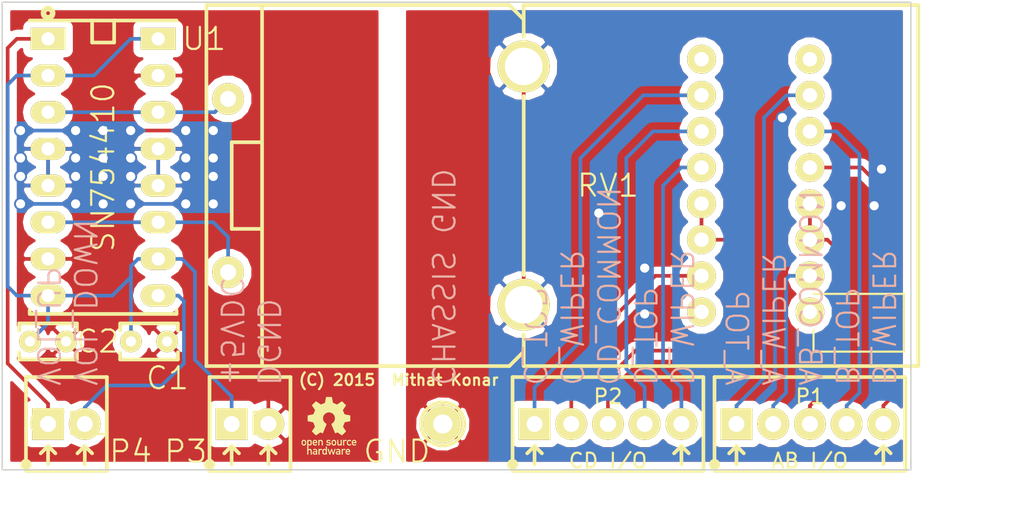
<source format=kicad_pcb>
(kicad_pcb (version 3) (host pcbnew "(25-Oct-2014 BZR 4029)-stable")

  (general
    (links 34)
    (no_connects 0)
    (area 107.73237 86.559999 187.375714 124.62)
    (thickness 1.6)
    (drawings 23)
    (tracks 213)
    (zones 0)
    (modules 10)
    (nets 18)
  )

  (page A)
  (title_block 
    (title "ALPS RK16816MG with H-bridge")
    (company "Mithat Konar")
    (comment 1 "Copyright (C) 2015 Mithat Konar")
    (comment 2 "CERN Open Hardware Licence v1.2")
  )

  (layers
    (15 F.Cu signal)
    (0 B.Cu signal)
    (20 B.SilkS user)
    (21 F.SilkS user)
    (22 B.Mask user)
    (23 F.Mask user)
    (24 Dwgs.User user)
    (25 Cmts.User user)
    (26 Eco1.User user)
    (27 Eco2.User user)
    (28 Edge.Cuts user)
  )

  (setup
    (last_trace_width 0.254)
    (trace_clearance 0.254)
    (zone_clearance 0.508)
    (zone_45_only no)
    (trace_min 0.254)
    (segment_width 0.2)
    (edge_width 0.1)
    (via_size 0.889)
    (via_drill 0.635)
    (via_min_size 0.889)
    (via_min_drill 0.508)
    (uvia_size 0.508)
    (uvia_drill 0.127)
    (uvias_allowed no)
    (uvia_min_size 0.508)
    (uvia_min_drill 0.127)
    (pcb_text_width 0.3)
    (pcb_text_size 1.5 1.5)
    (mod_edge_width 0.254)
    (mod_text_size 1 1)
    (mod_text_width 0.15)
    (pad_size 2.2 2.2)
    (pad_drill 1.1)
    (pad_to_mask_clearance 0)
    (aux_axis_origin 0 0)
    (visible_elements 7FFFFFFF)
    (pcbplotparams
      (layerselection 284196865)
      (usegerberextensions true)
      (excludeedgelayer true)
      (linewidth 0.150000)
      (plotframeref false)
      (viasonmask false)
      (mode 1)
      (useauxorigin false)
      (hpglpennumber 1)
      (hpglpenspeed 20)
      (hpglpendiameter 15)
      (hpglpenoverlay 2)
      (psnegative false)
      (psa4output false)
      (plotreference true)
      (plotvalue true)
      (plotothertext true)
      (plotinvisibletext false)
      (padsonsilk false)
      (subtractmaskfromsilk false)
      (outputformat 1)
      (mirror false)
      (drillshape 0)
      (scaleselection 1)
      (outputdirectory Gerbers))
  )

  (net 0 "")
  (net 1 +5VD)
  (net 2 /AB_COMMON)
  (net 3 /A_TOP)
  (net 4 /A_WIPER)
  (net 5 /B_TOP)
  (net 6 /B_WIPER)
  (net 7 /CD_COMMON)
  (net 8 /C_TOP)
  (net 9 /C_WIPER)
  (net 10 /D_TOP)
  (net 11 /D_WIPER)
  (net 12 /VOL_DOWN)
  (net 13 /VOL_UP)
  (net 14 DGND)
  (net 15 GND)
  (net 16 N-0000016)
  (net 17 N-0000018)

  (net_class Default "This is the default net class."
    (clearance 0.254)
    (trace_width 0.254)
    (via_dia 0.889)
    (via_drill 0.635)
    (uvia_dia 0.508)
    (uvia_drill 0.127)
    (add_net "")
    (add_net +5VD)
    (add_net /AB_COMMON)
    (add_net /A_TOP)
    (add_net /A_WIPER)
    (add_net /B_TOP)
    (add_net /B_WIPER)
    (add_net /CD_COMMON)
    (add_net /C_TOP)
    (add_net /C_WIPER)
    (add_net /D_TOP)
    (add_net /D_WIPER)
    (add_net /VOL_DOWN)
    (add_net /VOL_UP)
    (add_net DGND)
    (add_net GND)
    (add_net N-0000016)
    (add_net N-0000018)
  )

  (net_class Fat ""
    (clearance 0.508)
    (trace_width 0.508)
    (via_dia 1.905)
    (via_drill 1.27)
    (uvia_dia 1.016)
    (uvia_drill 0.254)
  )

  (module mfk-DIP-16_AriesC84_e (layer F.Cu) (tedit 550F2D39) (tstamp 550CEB5A)
    (at 120.65 98.425)
    (descr "Aries C84/93 16-pin DIP socket, 0.1\" pitch, 0.3\" spacing, elliptical pads")
    (tags "DIP DIL Aries")
    (path /550CA683)
    (fp_text reference U1 (at 6.985 -8.89) (layer F.SilkS)
      (effects (font (size 1.524 1.524) (thickness 0.1524)))
    )
    (fp_text value SN754410 (at 0 0 90) (layer F.SilkS)
      (effects (font (size 1.524 1.524) (thickness 0.1524)))
    )
    (fp_line (start -5.08 10.16) (end -5.08 9.906) (layer F.SilkS) (width 0.254))
    (fp_line (start 5.08 10.16) (end 5.08 9.906) (layer F.SilkS) (width 0.254))
    (fp_line (start -0.762 -10.16) (end -0.762 -8.636) (layer F.SilkS) (width 0.254))
    (fp_line (start -0.762 -8.636) (end 0.762 -8.636) (layer F.SilkS) (width 0.254))
    (fp_line (start 0.762 -8.636) (end 0.762 -10.16) (layer F.SilkS) (width 0.254))
    (fp_circle (center -3.81 -10.668) (end -3.81 -10.795) (layer F.SilkS) (width 0.381))
    (fp_line (start -5.08 -10.16) (end 5.08 -10.16) (layer F.SilkS) (width 0.254))
    (fp_line (start 5.08 10.16) (end -5.08 10.16) (layer F.SilkS) (width 0.254))
    (pad 12 thru_hole oval (at 3.81 1.27) (size 2.413 1.524) (drill 0.9144)
      (layers *.Cu *.Mask F.SilkS)
      (net 14 DGND)
    )
    (pad 11 thru_hole oval (at 3.81 3.81) (size 2.413 1.524) (drill 0.9144)
      (layers *.Cu *.Mask F.SilkS)
      (net 17 N-0000018)
    )
    (pad 10 thru_hole oval (at 3.81 6.35) (size 2.413 1.524) (drill 0.9144)
      (layers *.Cu *.Mask F.SilkS)
      (net 1 +5VD)
    )
    (pad 9 thru_hole oval (at 3.81 8.89) (size 2.413 1.524) (drill 0.9144)
      (layers *.Cu *.Mask F.SilkS)
      (net 12 /VOL_DOWN)
    )
    (pad 13 thru_hole oval (at 3.81 -1.27) (size 2.413 1.524) (drill 0.9144)
      (layers *.Cu *.Mask F.SilkS)
      (net 14 DGND)
    )
    (pad 14 thru_hole oval (at 3.81 -3.81) (size 2.413 1.524) (drill 0.9144)
      (layers *.Cu *.Mask F.SilkS)
      (net 16 N-0000016)
    )
    (pad 15 thru_hole oval (at 3.81 -6.35) (size 2.413 1.524) (drill 0.9144)
      (layers *.Cu *.Mask F.SilkS)
      (net 14 DGND)
    )
    (pad 16 thru_hole rect (at 3.81 -8.89) (size 2.413 1.524) (drill 0.9144)
      (layers *.Cu *.Mask F.SilkS)
      (net 1 +5VD)
    )
    (pad 1 thru_hole rect (at -3.81 -8.89) (size 2.413 1.524) (drill 0.9144)
      (layers *.Cu *.Mask F.SilkS)
      (net 13 /VOL_UP)
    )
    (pad 2 thru_hole oval (at -3.81 -6.35) (size 2.413 1.524) (drill 0.9144)
      (layers *.Cu *.Mask F.SilkS)
      (net 1 +5VD)
    )
    (pad 3 thru_hole oval (at -3.81 -3.81) (size 2.413 1.524) (drill 0.9144)
      (layers *.Cu *.Mask F.SilkS)
      (net 16 N-0000016)
    )
    (pad 4 thru_hole oval (at -3.81 -1.27) (size 2.413 1.524) (drill 0.9144)
      (layers *.Cu *.Mask F.SilkS)
      (net 14 DGND)
    )
    (pad 8 thru_hole oval (at -3.81 8.89) (size 2.413 1.524) (drill 0.9144)
      (layers *.Cu *.Mask F.SilkS)
      (net 1 +5VD)
    )
    (pad 7 thru_hole oval (at -3.81 6.35) (size 2.413 1.524) (drill 0.9144)
      (layers *.Cu *.Mask F.SilkS)
      (net 14 DGND)
    )
    (pad 6 thru_hole oval (at -3.81 3.81) (size 2.413 1.524) (drill 0.9144)
      (layers *.Cu *.Mask F.SilkS)
      (net 17 N-0000018)
    )
    (pad 5 thru_hole oval (at -3.81 1.27) (size 2.413 1.524) (drill 0.9144)
      (layers *.Cu *.Mask F.SilkS)
      (net 14 DGND)
    )
  )

  (module mfk-C_4.0_2.5_2.5_0.5 (layer F.Cu) (tedit 550F386E) (tstamp 550D28B8)
    (at 123.825 110.49)
    (descr "Non-polar capacitor, 4.0x2.5mm, 2.5mm space, 0.5mm lead")
    (tags "capacitor non-polar bipolar")
    (path /550CAD46)
    (fp_text reference C1 (at 1.27 2.54) (layer F.SilkS)
      (effects (font (size 1.524 1.524) (thickness 0.1524)))
    )
    (fp_text value 100n (at 0 0) (layer F.SilkS) hide
      (effects (font (size 1.524 1.524) (thickness 0.1524)))
    )
    (fp_line (start -1.99898 -1.24968) (end -1.99898 -0.7493) (layer F.SilkS) (width 0.254))
    (fp_line (start 1.99898 -1.24968) (end 1.99898 -0.7493) (layer F.SilkS) (width 0.254))
    (fp_line (start -1.99898 1.24968) (end -1.99898 0.7493) (layer F.SilkS) (width 0.254))
    (fp_line (start 1.99898 1.24968) (end 1.99898 0.7493) (layer F.SilkS) (width 0.254))
    (fp_line (start -1.99898 -1.24968) (end 1.99898 -1.24968) (layer F.SilkS) (width 0.254))
    (fp_line (start 1.99898 1.24968) (end -1.99898 1.24968) (layer F.SilkS) (width 0.254))
    (pad 1 thru_hole circle (at -1.24968 0) (size 1.50114 1.50114) (drill 0.70104)
      (layers *.Cu *.Mask F.SilkS)
      (net 1 +5VD)
    )
    (pad 2 thru_hole circle (at 1.24968 0) (size 1.50114 1.50114) (drill 0.70104)
      (layers *.Cu *.Mask F.SilkS)
      (net 14 DGND)
    )
  )

  (module mfk-ALPS_RK16814MG (layer F.Cu) (tedit 550F38EA) (tstamp 550F24BA)
    (at 169.545 99.695)
    (descr "ALPS RK168 quad motorized potentiometer")
    (tags potentiometer)
    (path /550CA765)
    (fp_text reference RV1 (at -13.97 0) (layer F.SilkS)
      (effects (font (size 1.524 1.524) (thickness 0.1524)))
    )
    (fp_text value RK16814MG (at -28.575 0) (layer F.SilkS) hide
      (effects (font (size 1.524 1.524) (thickness 0.3048)))
    )
    (fp_line (start 0.25 11.5) (end 0.25 10) (layer F.SilkS) (width 0.1524))
    (fp_line (start 6.5 7.5) (end 0.25 7.5) (layer F.SilkS) (width 0.1524))
    (fp_line (start 6.5 11.5) (end 0.25 11.5) (layer F.SilkS) (width 0.1524))
    (fp_line (start -38 3) (end -40 3) (layer F.SilkS) (width 0.254))
    (fp_line (start -40 3) (end -40 -3) (layer F.SilkS) (width 0.254))
    (fp_line (start -41.75 -12.5) (end -41.75 12.5) (layer F.SilkS) (width 0.254))
    (fp_line (start -41.75 12.5) (end -38 12.5) (layer F.SilkS) (width 0.254))
    (fp_line (start -38 -12.5) (end -41.75 -12.5) (layer F.SilkS) (width 0.254))
    (fp_line (start -38 -3) (end -40 -3) (layer F.SilkS) (width 0.254))
    (fp_line (start 6.5 7.5) (end 6.5 11.5) (layer F.SilkS) (width 0.1524))
    (fp_line (start 7.5 12.5) (end 7.5 -12.5) (layer F.SilkS) (width 0.254))
    (fp_line (start -19.8 11.5) (end -19.8 12.5) (layer F.SilkS) (width 0.254))
    (fp_line (start -19.8 12.5) (end 7.5 12.5) (layer F.SilkS) (width 0.254))
    (fp_line (start -19.8 -11.5) (end -19.8 -12.5) (layer F.SilkS) (width 0.254))
    (fp_line (start -19.8 -12.5) (end 7.5 -12.5) (layer F.SilkS) (width 0.254))
    (fp_line (start -37.9 12.5) (end -37.9 -12.5) (layer F.SilkS) (width 0.254))
    (fp_line (start -20.8 12.5) (end -37.9 12.5) (layer F.SilkS) (width 0.254))
    (fp_line (start -20.8 -12.5) (end -37.9 -12.5) (layer F.SilkS) (width 0.254))
    (fp_line (start -19.8 10.3) (end -19.8 11.5) (layer F.SilkS) (width 0.254))
    (fp_line (start -19.8 -10.3) (end -19.8 -11.5) (layer F.SilkS) (width 0.254))
    (fp_line (start -19.8 11.5) (end -20.8 12.5) (layer F.SilkS) (width 0.254))
    (fp_line (start -19.8 -11.5) (end -20.8 -12.5) (layer F.SilkS) (width 0.254))
    (fp_line (start -19.8 -6.2) (end -19.8 6.2) (layer F.SilkS) (width 0.254))
    (pad 9 thru_hole circle (at -7.5 -8.75) (size 2 2) (drill 1)
      (layers *.Cu *.Mask F.SilkS)
    )
    (pad 10 thru_hole circle (at -7.5 -6.25) (size 2 2) (drill 1)
      (layers *.Cu *.Mask F.SilkS)
      (net 8 /C_TOP)
    )
    (pad 11 thru_hole circle (at -7.5 -3.75) (size 2 2) (drill 1)
      (layers *.Cu *.Mask F.SilkS)
      (net 10 /D_TOP)
    )
    (pad 12 thru_hole circle (at -7.5 -1.25) (size 2 2) (drill 1)
      (layers *.Cu *.Mask F.SilkS)
      (net 11 /D_WIPER)
    )
    (pad 13 thru_hole circle (at -7.5 1.25) (size 2 2) (drill 1)
      (layers *.Cu *.Mask F.SilkS)
      (net 7 /CD_COMMON)
    )
    (pad 14 thru_hole circle (at -7.5 3.75) (size 2 2) (drill 1)
      (layers *.Cu *.Mask F.SilkS)
      (net 7 /CD_COMMON)
    )
    (pad 15 thru_hole circle (at -7.5 6.25) (size 2 2) (drill 1)
      (layers *.Cu *.Mask F.SilkS)
      (net 9 /C_WIPER)
    )
    (pad 16 thru_hole circle (at -7.5 8.75) (size 2 2) (drill 1)
      (layers *.Cu *.Mask F.SilkS)
    )
    (pad 8 thru_hole circle (at 0 8.75) (size 2 2) (drill 1)
      (layers *.Cu *.Mask F.SilkS)
    )
    (pad 7 thru_hole circle (at 0 6.25) (size 2 2) (drill 1)
      (layers *.Cu *.Mask F.SilkS)
      (net 4 /A_WIPER)
    )
    (pad 6 thru_hole circle (at 0 3.75) (size 2 2) (drill 1)
      (layers *.Cu *.Mask F.SilkS)
      (net 2 /AB_COMMON)
    )
    (pad 5 thru_hole circle (at 0 1.25) (size 2 2) (drill 1)
      (layers *.Cu *.Mask F.SilkS)
      (net 2 /AB_COMMON)
    )
    (pad 4 thru_hole circle (at 0 -1.25) (size 2 2) (drill 1)
      (layers *.Cu *.Mask F.SilkS)
      (net 6 /B_WIPER)
    )
    (pad 3 thru_hole circle (at 0 -3.75) (size 2 2) (drill 1)
      (layers *.Cu *.Mask F.SilkS)
      (net 5 /B_TOP)
    )
    (pad 2 thru_hole circle (at 0 -6.25) (size 2 2) (drill 1)
      (layers *.Cu *.Mask F.SilkS)
      (net 3 /A_TOP)
    )
    (pad 1 thru_hole circle (at 0 -8.75) (size 2 2) (drill 1)
      (layers *.Cu *.Mask F.SilkS)
    )
    (pad 17 thru_hole circle (at -19.8 -8.25) (size 3.6 3.6) (drill 2.6)
      (layers *.Cu *.Mask F.SilkS)
      (net 15 GND)
    )
    (pad 18 thru_hole circle (at -19.8 8.25) (size 3.6 3.6) (drill 2.6)
      (layers *.Cu *.Mask F.SilkS)
      (net 15 GND)
    )
    (pad 19 thru_hole circle (at -40.25 -6) (size 2.2 2.2) (drill 1.1)
      (layers *.Cu *.Mask F.SilkS)
      (net 16 N-0000016)
    )
    (pad 20 thru_hole circle (at -40.25 6) (size 2.2 2.2) (drill 1.1)
      (layers *.Cu *.Mask F.SilkS)
      (net 17 N-0000018)
    )
  )

  (module mfk-TE_282834-5 (layer F.Cu) (tedit 550CFEE5) (tstamp 550CF5B6)
    (at 169.545 116.205)
    (descr TE_282834-5)
    (tags "CONN 5-pin")
    (path /550CCE69)
    (fp_text reference P1 (at 0 -1.905) (layer F.SilkS)
      (effects (font (size 1.016 1.016) (thickness 0.1524)))
    )
    (fp_text value "AB I/O" (at 0 2.54) (layer F.SilkS)
      (effects (font (size 1.016 1.016) (thickness 0.1524)))
    )
    (fp_line (start 5.08 1.524) (end 5.588 2.032) (layer F.SilkS) (width 0.254))
    (fp_line (start 5.08 2.794) (end 5.08 1.524) (layer F.SilkS) (width 0.254))
    (fp_line (start 5.08 1.524) (end 4.572 2.032) (layer F.SilkS) (width 0.254))
    (fp_line (start -5.08 1.524) (end -5.588 2.032) (layer F.SilkS) (width 0.254))
    (fp_line (start -5.08 2.794) (end -5.08 1.524) (layer F.SilkS) (width 0.254))
    (fp_line (start -5.08 1.524) (end -4.572 2.032) (layer F.SilkS) (width 0.254))
    (fp_line (start 6.6 -3.25) (end 6.6 3.25) (layer F.SilkS) (width 0.254))
    (fp_line (start 6.6 3.25) (end -6.6 3.25) (layer F.SilkS) (width 0.254))
    (fp_line (start -6.6 3.25) (end -6.6 -3.25) (layer F.SilkS) (width 0.254))
    (fp_line (start -6.6 -3.25) (end 6.6 -3.25) (layer F.SilkS) (width 0.254))
    (fp_circle (center -6.6 2.8) (end -6.854 2.8) (layer F.SilkS) (width 0.254))
    (pad 1 thru_hole rect (at -5.08 0) (size 2.2 2.2) (drill 1.1)
      (layers *.Cu *.Mask F.SilkS)
      (net 3 /A_TOP)
    )
    (pad 2 thru_hole circle (at -2.54 0) (size 2.2 2.2) (drill 1.1)
      (layers *.Cu *.Mask F.SilkS)
      (net 4 /A_WIPER)
    )
    (pad 3 thru_hole circle (at 0 0) (size 2.2 2.2) (drill 1.1)
      (layers *.Cu *.Mask F.SilkS)
      (net 2 /AB_COMMON)
    )
    (pad 4 thru_hole circle (at 2.54 0) (size 2.2 2.2) (drill 1.1)
      (layers *.Cu *.Mask F.SilkS)
      (net 5 /B_TOP)
    )
    (pad 5 thru_hole circle (at 5.08 0) (size 2.2 2.2) (drill 1.1)
      (layers *.Cu *.Mask F.SilkS)
      (net 6 /B_WIPER)
    )
  )

  (module mfk-TE_282834-5 (layer F.Cu) (tedit 550CFEEC) (tstamp 550CF630)
    (at 155.575 116.205)
    (descr TE_282834-5)
    (tags "CONN 5-pin")
    (path /550CCF9F)
    (fp_text reference P2 (at 0 -1.905) (layer F.SilkS)
      (effects (font (size 1.016 1.016) (thickness 0.1524)))
    )
    (fp_text value "CD I/O" (at 0 2.54) (layer F.SilkS)
      (effects (font (size 1.016 1.016) (thickness 0.1524)))
    )
    (fp_line (start 5.08 1.524) (end 5.588 2.032) (layer F.SilkS) (width 0.254))
    (fp_line (start 5.08 2.794) (end 5.08 1.524) (layer F.SilkS) (width 0.254))
    (fp_line (start 5.08 1.524) (end 4.572 2.032) (layer F.SilkS) (width 0.254))
    (fp_line (start -5.08 1.524) (end -5.588 2.032) (layer F.SilkS) (width 0.254))
    (fp_line (start -5.08 2.794) (end -5.08 1.524) (layer F.SilkS) (width 0.254))
    (fp_line (start -5.08 1.524) (end -4.572 2.032) (layer F.SilkS) (width 0.254))
    (fp_line (start 6.6 -3.25) (end 6.6 3.25) (layer F.SilkS) (width 0.254))
    (fp_line (start 6.6 3.25) (end -6.6 3.25) (layer F.SilkS) (width 0.254))
    (fp_line (start -6.6 3.25) (end -6.6 -3.25) (layer F.SilkS) (width 0.254))
    (fp_line (start -6.6 -3.25) (end 6.6 -3.25) (layer F.SilkS) (width 0.254))
    (fp_circle (center -6.6 2.8) (end -6.854 2.8) (layer F.SilkS) (width 0.254))
    (pad 1 thru_hole rect (at -5.08 0) (size 2.2 2.2) (drill 1.1)
      (layers *.Cu *.Mask F.SilkS)
      (net 8 /C_TOP)
    )
    (pad 2 thru_hole circle (at -2.54 0) (size 2.2 2.2) (drill 1.1)
      (layers *.Cu *.Mask F.SilkS)
      (net 9 /C_WIPER)
    )
    (pad 3 thru_hole circle (at 0 0) (size 2.2 2.2) (drill 1.1)
      (layers *.Cu *.Mask F.SilkS)
      (net 7 /CD_COMMON)
    )
    (pad 4 thru_hole circle (at 2.54 0) (size 2.2 2.2) (drill 1.1)
      (layers *.Cu *.Mask F.SilkS)
      (net 10 /D_TOP)
    )
    (pad 5 thru_hole circle (at 5.08 0) (size 2.2 2.2) (drill 1.1)
      (layers *.Cu *.Mask F.SilkS)
      (net 11 /D_WIPER)
    )
  )

  (module mfk-TE_282834-2 (layer F.Cu) (tedit 550F3908) (tstamp 550CF3E9)
    (at 130.81 116.205)
    (descr TE_282834-2)
    (tags "CONN 2-pin")
    (path /550CCC99)
    (fp_text reference P3 (at -4.445 1.905) (layer F.SilkS)
      (effects (font (size 1.524 1.524) (thickness 0.1524)))
    )
    (fp_text value VD (at 0 0) (layer F.SilkS)
      (effects (font (size 1.524 1.524) (thickness 0.1524)))
    )
    (fp_line (start -2.8 -3.25) (end 2.8 -3.25) (layer F.SilkS) (width 0.254))
    (fp_line (start 2.8 -3.25) (end 2.8 3.25) (layer F.SilkS) (width 0.254))
    (fp_line (start 2.8 3.25) (end -2.8 3.25) (layer F.SilkS) (width 0.254))
    (fp_line (start -2.8 3.25) (end -2.8 -3.25) (layer F.SilkS) (width 0.254))
    (fp_line (start 1.27 1.524) (end 1.778 2.032) (layer F.SilkS) (width 0.254))
    (fp_line (start 1.27 2.794) (end 1.27 1.524) (layer F.SilkS) (width 0.254))
    (fp_line (start 1.27 1.524) (end 0.762 2.032) (layer F.SilkS) (width 0.254))
    (fp_line (start -1.27 1.524) (end -1.778 2.032) (layer F.SilkS) (width 0.254))
    (fp_line (start -1.27 2.794) (end -1.27 1.524) (layer F.SilkS) (width 0.254))
    (fp_line (start -1.27 1.524) (end -0.762 2.032) (layer F.SilkS) (width 0.254))
    (fp_circle (center -2.8 2.8) (end -3.054 2.8) (layer F.SilkS) (width 0.254))
    (pad 1 thru_hole rect (at -1.27 0) (size 2.2 2.2) (drill 1.1)
      (layers *.Cu *.Mask F.SilkS)
      (net 1 +5VD)
    )
    (pad 2 thru_hole circle (at 1.27 0) (size 2.2 2.2) (drill 1.1)
      (layers *.Cu *.Mask F.SilkS)
      (net 14 DGND)
    )
  )

  (module mfk-TE_282834-2 (layer F.Cu) (tedit 550F3869) (tstamp 550CF3FA)
    (at 118.11 116.205)
    (descr TE_282834-2)
    (tags "CONN 2-pin")
    (path /550CCCA8)
    (fp_text reference P4 (at 4.445 1.905) (layer F.SilkS)
      (effects (font (size 1.524 1.524) (thickness 0.1524)))
    )
    (fp_text value CTRL (at 0 0) (layer F.SilkS)
      (effects (font (size 1.524 1.524) (thickness 0.1524)))
    )
    (fp_line (start -2.8 -3.25) (end 2.8 -3.25) (layer F.SilkS) (width 0.254))
    (fp_line (start 2.8 -3.25) (end 2.8 3.25) (layer F.SilkS) (width 0.254))
    (fp_line (start 2.8 3.25) (end -2.8 3.25) (layer F.SilkS) (width 0.254))
    (fp_line (start -2.8 3.25) (end -2.8 -3.25) (layer F.SilkS) (width 0.254))
    (fp_line (start 1.27 1.524) (end 1.778 2.032) (layer F.SilkS) (width 0.254))
    (fp_line (start 1.27 2.794) (end 1.27 1.524) (layer F.SilkS) (width 0.254))
    (fp_line (start 1.27 1.524) (end 0.762 2.032) (layer F.SilkS) (width 0.254))
    (fp_line (start -1.27 1.524) (end -1.778 2.032) (layer F.SilkS) (width 0.254))
    (fp_line (start -1.27 2.794) (end -1.27 1.524) (layer F.SilkS) (width 0.254))
    (fp_line (start -1.27 1.524) (end -0.762 2.032) (layer F.SilkS) (width 0.254))
    (fp_circle (center -2.8 2.8) (end -3.054 2.8) (layer F.SilkS) (width 0.254))
    (pad 1 thru_hole rect (at -1.27 0) (size 2.2 2.2) (drill 1.1)
      (layers *.Cu *.Mask F.SilkS)
      (net 13 /VOL_UP)
    )
    (pad 2 thru_hole circle (at 1.27 0) (size 2.2 2.2) (drill 1.1)
      (layers *.Cu *.Mask F.SilkS)
      (net 12 /VOL_DOWN)
    )
  )

  (module mfk-AVA-20ga (layer F.Cu) (tedit 550F3BF2) (tstamp 550F3062)
    (at 144.145 116.205)
    (descr "20 ga. pad (0.020\" hole)")
    (tags "20ga 1pin")
    (path /550D1AD1)
    (fp_text reference P5 (at 0 0) (layer F.SilkS) hide
      (effects (font (size 1.524 1.524) (thickness 0.1524)))
    )
    (fp_text value GND (at -3.175 1.905) (layer F.SilkS)
      (effects (font (size 1.524 1.524) (thickness 0.1524)))
    )
    (fp_circle (center 0 0) (end 1.4732 -0.254) (layer F.SilkS) (width 0.254))
    (pad 1 thru_hole circle (at 0 0) (size 2.6416 2.6416) (drill 1.3208)
      (layers *.Cu *.Mask F.SilkS)
      (net 15 GND)
    )
  )

  (module mfk-C_4.0_2.5_2.5_0.5 (layer F.Cu) (tedit 550D2E84) (tstamp 550D2D77)
    (at 116.84 110.49)
    (descr "Non-polar capacitor, 4.0x2.5mm, 2.5mm space, 0.5mm lead")
    (tags "capacitor non-polar bipolar")
    (path /550D2A54)
    (fp_text reference C2 (at 3.429 0) (layer F.SilkS)
      (effects (font (size 1.524 1.524) (thickness 0.1524)))
    )
    (fp_text value 1u (at 0 0) (layer F.SilkS) hide
      (effects (font (size 1.524 1.524) (thickness 0.1524)))
    )
    (fp_line (start -1.99898 -1.24968) (end -1.99898 -0.7493) (layer F.SilkS) (width 0.254))
    (fp_line (start 1.99898 -1.24968) (end 1.99898 -0.7493) (layer F.SilkS) (width 0.254))
    (fp_line (start -1.99898 1.24968) (end -1.99898 0.7493) (layer F.SilkS) (width 0.254))
    (fp_line (start 1.99898 1.24968) (end 1.99898 0.7493) (layer F.SilkS) (width 0.254))
    (fp_line (start -1.99898 -1.24968) (end 1.99898 -1.24968) (layer F.SilkS) (width 0.254))
    (fp_line (start 1.99898 1.24968) (end -1.99898 1.24968) (layer F.SilkS) (width 0.254))
    (pad 1 thru_hole circle (at -1.24968 0) (size 1.50114 1.50114) (drill 0.70104)
      (layers *.Cu *.Mask F.SilkS)
      (net 1 +5VD)
    )
    (pad 2 thru_hole circle (at 1.24968 0) (size 1.50114 1.50114) (drill 0.70104)
      (layers *.Cu *.Mask F.SilkS)
      (net 14 DGND)
    )
  )

  (module oshw-logo-150mil-FSilk (layer F.Cu) (tedit 0) (tstamp 550F3C59)
    (at 136.271 116.332)
    (fp_text reference VAL (at 0 0) (layer F.SilkS) hide
      (effects (font (size 0.381 0.381) (thickness 0.127)))
    )
    (fp_text value REF (at 0 0) (layer F.SilkS) hide
      (effects (font (size 0.381 0.381) (thickness 0.127)))
    )
    (fp_poly (pts (xy -0.8128 1.99136) (xy -0.8509 1.99136) (xy -0.889 1.99136) (xy -0.889 1.97612)
      (xy -0.889 1.84912) (xy -0.889 1.82372) (xy -0.94488 1.82372) (xy -0.98298 1.82372)
      (xy -1.01092 1.82626) (xy -1.03124 1.83134) (xy -1.04394 1.8415) (xy -1.05156 1.85166)
      (xy -1.0541 1.86944) (xy -1.0541 1.87198) (xy -1.05156 1.8923) (xy -1.0414 1.905)
      (xy -1.02616 1.91516) (xy -1.01346 1.92024) (xy -0.99314 1.92024) (xy -0.97028 1.92278)
      (xy -0.94742 1.92024) (xy -0.92964 1.92024) (xy -0.91948 1.91516) (xy -0.90424 1.905)
      (xy -0.89408 1.88468) (xy -0.889 1.85928) (xy -0.889 1.84912) (xy -0.889 1.97612)
      (xy -0.89154 1.96088) (xy -0.89408 1.95834) (xy -0.9017 1.96342) (xy -0.90424 1.96596)
      (xy -0.9144 1.97612) (xy -0.93218 1.98628) (xy -0.95504 1.99136) (xy -0.98298 1.9939)
      (xy -1.00838 1.9939) (xy -1.02362 1.99136) (xy -1.04902 1.98374) (xy -1.07442 1.97358)
      (xy -1.09474 1.95834) (xy -1.09982 1.95326) (xy -1.11506 1.9304) (xy -1.12522 1.90246)
      (xy -1.12776 1.87198) (xy -1.12776 1.8669) (xy -1.12268 1.83896) (xy -1.10998 1.8161)
      (xy -1.09474 1.79578) (xy -1.08458 1.78562) (xy -1.07188 1.778) (xy -1.06172 1.77292)
      (xy -1.04394 1.76784) (xy -1.02362 1.7653) (xy -0.99568 1.76276) (xy -0.97028 1.76276)
      (xy -0.89154 1.76022) (xy -0.889 1.73482) (xy -0.89154 1.71196) (xy -0.89662 1.69164)
      (xy -0.90932 1.67894) (xy -0.90932 1.6764) (xy -0.92964 1.67132) (xy -0.9525 1.66624)
      (xy -0.9779 1.66624) (xy -1.0033 1.66878) (xy -1.02362 1.6764) (xy -1.03632 1.68402)
      (xy -1.04902 1.69418) (xy -1.0795 1.67132) (xy -1.10744 1.64846) (xy -1.0922 1.63322)
      (xy -1.0668 1.6129) (xy -1.03124 1.6002) (xy -0.99314 1.59512) (xy -0.94996 1.59512)
      (xy -0.90932 1.60274) (xy -0.87376 1.61544) (xy -0.84836 1.63322) (xy -0.82804 1.65608)
      (xy -0.82042 1.68148) (xy -0.81788 1.69164) (xy -0.81534 1.7145) (xy -0.81534 1.74244)
      (xy -0.81534 1.78054) (xy -0.8128 1.82372) (xy -0.8128 1.84658) (xy -0.8128 1.99136)
      (xy -0.8128 1.99136)) (layer F.SilkS) (width 0.00254))
    (fp_poly (pts (xy -0.1397 1.99136) (xy -0.1778 1.99136) (xy -0.2159 1.99136) (xy -0.2159 1.97358)
      (xy -0.2159 1.96088) (xy -0.2159 1.95326) (xy -0.21844 1.95326) (xy -0.21844 1.95326)
      (xy -0.21844 1.79832) (xy -0.21844 1.78308) (xy -0.22098 1.74498) (xy -0.2286 1.71704)
      (xy -0.23876 1.69418) (xy -0.254 1.68148) (xy -0.27686 1.67386) (xy -0.29718 1.67132)
      (xy -0.32258 1.67386) (xy -0.3429 1.68148) (xy -0.35814 1.69418) (xy -0.3683 1.71704)
      (xy -0.37338 1.74498) (xy -0.37592 1.78054) (xy -0.37592 1.79324) (xy -0.37592 1.82626)
      (xy -0.37338 1.85166) (xy -0.3683 1.87198) (xy -0.36068 1.88468) (xy -0.35306 1.89738)
      (xy -0.35052 1.89738) (xy -0.34036 1.90754) (xy -0.3302 1.91262) (xy -0.3175 1.91516)
      (xy -0.29972 1.91516) (xy -0.28956 1.91516) (xy -0.27178 1.91516) (xy -0.26162 1.91262)
      (xy -0.25146 1.905) (xy -0.2413 1.89738) (xy -0.2413 1.89484) (xy -0.23368 1.88214)
      (xy -0.22606 1.86944) (xy -0.22098 1.85166) (xy -0.21844 1.8288) (xy -0.21844 1.79832)
      (xy -0.21844 1.95326) (xy -0.22352 1.9558) (xy -0.23368 1.96088) (xy -0.2413 1.96596)
      (xy -0.27178 1.98628) (xy -0.30734 1.9939) (xy -0.34544 1.99136) (xy -0.37084 1.98628)
      (xy -0.3937 1.97358) (xy -0.41402 1.95326) (xy -0.4191 1.95072) (xy -0.42926 1.93548)
      (xy -0.43688 1.92024) (xy -0.4445 1.905) (xy -0.44704 1.88468) (xy -0.45212 1.85674)
      (xy -0.45212 1.82626) (xy -0.45466 1.77292) (xy -0.45212 1.72974) (xy -0.44704 1.69672)
      (xy -0.43688 1.66624) (xy -0.42418 1.64338) (xy -0.4064 1.6256) (xy -0.39116 1.61544)
      (xy -0.3556 1.6002) (xy -0.32258 1.59512) (xy -0.28702 1.6002) (xy -0.254 1.6129)
      (xy -0.2413 1.62306) (xy -0.2286 1.63068) (xy -0.22098 1.63576) (xy -0.21844 1.6383)
      (xy -0.2159 1.63322) (xy -0.2159 1.62052) (xy -0.2159 1.6002) (xy -0.2159 1.5748)
      (xy -0.2159 1.54432) (xy -0.2159 1.53924) (xy -0.2159 1.43764) (xy -0.1778 1.43764)
      (xy -0.1397 1.43764) (xy -0.1397 1.7145) (xy -0.1397 1.99136) (xy -0.1397 1.99136)) (layer F.SilkS) (width 0.00254))
    (fp_poly (pts (xy 0.78994 1.99136) (xy 0.75184 1.99136) (xy 0.71374 1.99136) (xy 0.71374 1.97612)
      (xy 0.71374 1.96088) (xy 0.7112 1.96088) (xy 0.7112 1.82626) (xy 0.65532 1.82372)
      (xy 0.6223 1.82372) (xy 0.59436 1.82626) (xy 0.57658 1.83134) (xy 0.56134 1.83896)
      (xy 0.55372 1.84912) (xy 0.5461 1.8669) (xy 0.5461 1.88468) (xy 0.55626 1.89992)
      (xy 0.56896 1.91008) (xy 0.58674 1.9177) (xy 0.6096 1.92278) (xy 0.635 1.92278)
      (xy 0.6604 1.92024) (xy 0.68072 1.91516) (xy 0.68834 1.91262) (xy 0.6985 1.905)
      (xy 0.70358 1.89484) (xy 0.70866 1.88214) (xy 0.70866 1.86182) (xy 0.7112 1.85166)
      (xy 0.7112 1.82626) (xy 0.7112 1.96088) (xy 0.70866 1.95834) (xy 0.70104 1.96342)
      (xy 0.69342 1.9685) (xy 0.67564 1.9812) (xy 0.65024 1.99136) (xy 0.6223 1.9939)
      (xy 0.58674 1.9939) (xy 0.58166 1.99136) (xy 0.54864 1.98374) (xy 0.5207 1.9685)
      (xy 0.49784 1.94564) (xy 0.48006 1.92024) (xy 0.48006 1.91516) (xy 0.47498 1.89738)
      (xy 0.47498 1.87452) (xy 0.47498 1.86436) (xy 0.4826 1.83134) (xy 0.4953 1.80594)
      (xy 0.51816 1.78562) (xy 0.52832 1.778) (xy 0.53848 1.77292) (xy 0.5461 1.77038)
      (xy 0.55626 1.76784) (xy 0.56896 1.7653) (xy 0.58674 1.7653) (xy 0.61468 1.76276)
      (xy 0.63246 1.76276) (xy 0.7112 1.76022) (xy 0.71374 1.74244) (xy 0.7112 1.7145)
      (xy 0.70358 1.69164) (xy 0.69088 1.67894) (xy 0.6858 1.6764) (xy 0.66802 1.66878)
      (xy 0.64516 1.66624) (xy 0.6223 1.66624) (xy 0.5969 1.66878) (xy 0.57912 1.67386)
      (xy 0.56388 1.68148) (xy 0.5588 1.6891) (xy 0.55372 1.69164) (xy 0.54356 1.68656)
      (xy 0.52832 1.6764) (xy 0.50546 1.65862) (xy 0.50546 1.65862) (xy 0.49784 1.651)
      (xy 0.49784 1.64592) (xy 0.50292 1.6383) (xy 0.51816 1.62306) (xy 0.54356 1.61036)
      (xy 0.57404 1.6002) (xy 0.60706 1.59512) (xy 0.64262 1.59512) (xy 0.66802 1.59766)
      (xy 0.70866 1.60528) (xy 0.73914 1.62052) (xy 0.762 1.64338) (xy 0.77724 1.67132)
      (xy 0.78486 1.69164) (xy 0.78486 1.70434) (xy 0.7874 1.72466) (xy 0.7874 1.7526)
      (xy 0.7874 1.78562) (xy 0.78994 1.82118) (xy 0.78994 1.85674) (xy 0.78994 1.99136)
      (xy 0.78994 1.99136)) (layer F.SilkS) (width 0.00254))
    (fp_poly (pts (xy 1.4732 1.82372) (xy 1.39192 1.82372) (xy 1.39192 1.76276) (xy 1.39192 1.75006)
      (xy 1.38938 1.73228) (xy 1.38176 1.71196) (xy 1.36906 1.69418) (xy 1.3589 1.68148)
      (xy 1.3335 1.67132) (xy 1.3081 1.66624) (xy 1.28016 1.67132) (xy 1.25984 1.68148)
      (xy 1.23952 1.7018) (xy 1.22936 1.7272) (xy 1.22428 1.74244) (xy 1.22174 1.76276)
      (xy 1.3081 1.76276) (xy 1.39192 1.76276) (xy 1.39192 1.82372) (xy 1.34874 1.82372)
      (xy 1.3081 1.82372) (xy 1.27762 1.82372) (xy 1.25476 1.82372) (xy 1.23952 1.82372)
      (xy 1.22936 1.82626) (xy 1.22428 1.83134) (xy 1.22174 1.83642) (xy 1.22428 1.84404)
      (xy 1.22682 1.8542) (xy 1.22936 1.85928) (xy 1.23952 1.8796) (xy 1.25476 1.89992)
      (xy 1.27254 1.91516) (xy 1.2827 1.9177) (xy 1.31064 1.92278) (xy 1.34112 1.92024)
      (xy 1.36906 1.91008) (xy 1.3843 1.90246) (xy 1.4097 1.88722) (xy 1.43256 1.90754)
      (xy 1.44526 1.92024) (xy 1.45542 1.92786) (xy 1.45796 1.93294) (xy 1.45542 1.93802)
      (xy 1.44526 1.94818) (xy 1.43764 1.95326) (xy 1.40462 1.97612) (xy 1.36906 1.98882)
      (xy 1.32588 1.9939) (xy 1.28778 1.99136) (xy 1.24968 1.9812) (xy 1.21666 1.96342)
      (xy 1.19126 1.93802) (xy 1.17094 1.905) (xy 1.1557 1.8669) (xy 1.14808 1.82118)
      (xy 1.14808 1.79578) (xy 1.15316 1.74752) (xy 1.16332 1.70434) (xy 1.17856 1.66878)
      (xy 1.20142 1.6383) (xy 1.22936 1.61544) (xy 1.25984 1.6002) (xy 1.2954 1.59512)
      (xy 1.33604 1.59766) (xy 1.34112 1.59766) (xy 1.36906 1.60528) (xy 1.38938 1.6129)
      (xy 1.40716 1.62814) (xy 1.41986 1.63576) (xy 1.44018 1.65862) (xy 1.45542 1.6891)
      (xy 1.46558 1.72212) (xy 1.47066 1.7653) (xy 1.4732 1.80086) (xy 1.4732 1.82372)
      (xy 1.4732 1.82372)) (layer F.SilkS) (width 0.00254))
    (fp_poly (pts (xy -1.18872 1.99136) (xy -1.22428 1.99136) (xy -1.26238 1.99136) (xy -1.26492 1.85928)
      (xy -1.26492 1.81864) (xy -1.26492 1.78816) (xy -1.26492 1.76276) (xy -1.26746 1.74498)
      (xy -1.26746 1.73228) (xy -1.27 1.72212) (xy -1.27254 1.71704) (xy -1.27508 1.70942)
      (xy -1.27762 1.70688) (xy -1.2954 1.68656) (xy -1.31826 1.67386) (xy -1.3462 1.67132)
      (xy -1.34874 1.67132) (xy -1.3716 1.67386) (xy -1.38938 1.68402) (xy -1.40716 1.7018)
      (xy -1.4097 1.70434) (xy -1.41478 1.70942) (xy -1.41478 1.7145) (xy -1.41732 1.72212)
      (xy -1.41986 1.73228) (xy -1.41986 1.74752) (xy -1.41986 1.77038) (xy -1.4224 1.79578)
      (xy -1.4224 1.83388) (xy -1.4224 1.8542) (xy -1.42494 1.99136) (xy -1.46304 1.99136)
      (xy -1.50368 1.99136) (xy -1.50368 1.48336) (xy -1.50368 0.97282) (xy -1.46304 0.97282)
      (xy -1.4224 0.97282) (xy -1.4224 0.99568) (xy -1.4224 1.016) (xy -1.4097 1.0033)
      (xy -1.3843 0.98298) (xy -1.35128 0.97282) (xy -1.31826 0.97028) (xy -1.28524 0.97282)
      (xy -1.26492 0.98044) (xy -1.24206 0.99568) (xy -1.2192 1.016) (xy -1.20396 1.0414)
      (xy -1.19634 1.05664) (xy -1.1938 1.06934) (xy -1.1938 1.0922) (xy -1.19126 1.1176)
      (xy -1.19126 1.15062) (xy -1.19126 1.1811) (xy -1.19126 1.21412) (xy -1.1938 1.24206)
      (xy -1.1938 1.26492) (xy -1.19634 1.28016) (xy -1.19888 1.2827) (xy -1.2065 1.30302)
      (xy -1.22428 1.32334) (xy -1.24206 1.34112) (xy -1.26238 1.35636) (xy -1.26492 1.35636)
      (xy -1.26492 1.1684) (xy -1.26746 1.13284) (xy -1.27 1.10744) (xy -1.27508 1.08712)
      (xy -1.2827 1.07188) (xy -1.2954 1.05918) (xy -1.30048 1.05664) (xy -1.31826 1.04648)
      (xy -1.34366 1.04394) (xy -1.36906 1.04648) (xy -1.38176 1.05156) (xy -1.39446 1.06172)
      (xy -1.40462 1.07188) (xy -1.41224 1.08458) (xy -1.41732 1.1049) (xy -1.41986 1.12776)
      (xy -1.41986 1.16078) (xy -1.41986 1.17094) (xy -1.41986 1.19888) (xy -1.41986 1.2192)
      (xy -1.41986 1.23444) (xy -1.41732 1.2446) (xy -1.41224 1.25222) (xy -1.4097 1.25984)
      (xy -1.397 1.27508) (xy -1.3843 1.28524) (xy -1.38176 1.28778) (xy -1.36144 1.29032)
      (xy -1.33858 1.29286) (xy -1.31826 1.28778) (xy -1.30048 1.28016) (xy -1.30048 1.28016)
      (xy -1.28524 1.26746) (xy -1.27762 1.25476) (xy -1.27 1.23698) (xy -1.26746 1.21158)
      (xy -1.26492 1.17856) (xy -1.26492 1.1684) (xy -1.26492 1.35636) (xy -1.27762 1.36144)
      (xy -1.31064 1.36652) (xy -1.3462 1.36398) (xy -1.37922 1.35382) (xy -1.4097 1.33604)
      (xy -1.41224 1.33096) (xy -1.4224 1.3208) (xy -1.4224 1.48082) (xy -1.4224 1.64084)
      (xy -1.41224 1.62814) (xy -1.38684 1.61036) (xy -1.35636 1.6002) (xy -1.32334 1.59512)
      (xy -1.29286 1.59766) (xy -1.26492 1.60528) (xy -1.23698 1.62306) (xy -1.21666 1.64338)
      (xy -1.20396 1.66624) (xy -1.19888 1.67386) (xy -1.19634 1.67894) (xy -1.1938 1.68656)
      (xy -1.1938 1.69672) (xy -1.19126 1.71196) (xy -1.19126 1.72974) (xy -1.19126 1.7526)
      (xy -1.19126 1.78308) (xy -1.18872 1.82118) (xy -1.18872 1.8415) (xy -1.18872 1.99136)
      (xy -1.18872 1.99136)) (layer F.SilkS) (width 0.00254))
    (fp_poly (pts (xy -0.46482 1.62306) (xy -0.46736 1.63068) (xy -0.47498 1.64084) (xy -0.48768 1.65608)
      (xy -0.49022 1.65862) (xy -0.51562 1.68656) (xy -0.53086 1.67894) (xy -0.55118 1.67386)
      (xy -0.57404 1.67132) (xy -0.5969 1.6764) (xy -0.6096 1.68148) (xy -0.61976 1.69164)
      (xy -0.63246 1.70434) (xy -0.635 1.70688) (xy -0.63754 1.7145) (xy -0.64008 1.71958)
      (xy -0.64008 1.72974) (xy -0.64262 1.7399) (xy -0.64262 1.75514) (xy -0.64262 1.778)
      (xy -0.64516 1.80594) (xy -0.64516 1.8415) (xy -0.64516 1.85928) (xy -0.64516 1.99136)
      (xy -0.68326 1.99136) (xy -0.7239 1.99136) (xy -0.7239 1.79578) (xy -0.7239 1.59766)
      (xy -0.68326 1.59766) (xy -0.64516 1.59766) (xy -0.64516 1.61798) (xy -0.64516 1.64084)
      (xy -0.63246 1.62814) (xy -0.60706 1.61036) (xy -0.57658 1.6002) (xy -0.54356 1.59512)
      (xy -0.51308 1.59766) (xy -0.48514 1.60782) (xy -0.47244 1.61544) (xy -0.46482 1.62052)
      (xy -0.46482 1.62306) (xy -0.46482 1.62306)) (layer F.SilkS) (width 0.00254))
    (fp_poly (pts (xy 0.45974 1.60274) (xy 0.4572 1.60782) (xy 0.45466 1.62052) (xy 0.44704 1.64338)
      (xy 0.43942 1.67132) (xy 0.42926 1.70434) (xy 0.41656 1.7399) (xy 0.40386 1.78308)
      (xy 0.39878 1.79832) (xy 0.33782 1.99136) (xy 0.30226 1.99136) (xy 0.26924 1.99136)
      (xy 0.254 1.9431) (xy 0.24892 1.92278) (xy 0.23876 1.89484) (xy 0.23114 1.86182)
      (xy 0.22098 1.8288) (xy 0.21336 1.80848) (xy 0.20574 1.78054) (xy 0.19812 1.75514)
      (xy 0.1905 1.73482) (xy 0.18796 1.72212) (xy 0.18542 1.71704) (xy 0.18288 1.71958)
      (xy 0.18034 1.7272) (xy 0.17526 1.7399) (xy 0.16764 1.76276) (xy 0.16002 1.7907)
      (xy 0.14732 1.8288) (xy 0.13462 1.87452) (xy 0.11684 1.92786) (xy 0.10668 1.9685)
      (xy 0.09906 1.99136) (xy 0.06604 1.99136) (xy 0.03302 1.99136) (xy -0.00762 1.87198)
      (xy -0.01778 1.83388) (xy -0.03302 1.79324) (xy -0.04572 1.7526) (xy -0.05588 1.7145)
      (xy -0.06604 1.68402) (xy -0.06858 1.67386) (xy -0.09398 1.59766) (xy -0.05334 1.6002)
      (xy -0.0127 1.6002) (xy 0.0254 1.73736) (xy 0.03302 1.77038) (xy 0.04318 1.8034)
      (xy 0.0508 1.83134) (xy 0.05842 1.85166) (xy 0.06096 1.8669) (xy 0.0635 1.87198)
      (xy 0.0635 1.87198) (xy 0.06604 1.8669) (xy 0.07112 1.8542) (xy 0.07874 1.83388)
      (xy 0.0889 1.80848) (xy 0.09906 1.778) (xy 0.10922 1.74498) (xy 0.11176 1.73482)
      (xy 0.15748 1.59766) (xy 0.18542 1.59766) (xy 0.21336 1.59766) (xy 0.21844 1.61798)
      (xy 0.22606 1.64084) (xy 0.23368 1.66624) (xy 0.24384 1.69418) (xy 0.254 1.7272)
      (xy 0.26416 1.75768) (xy 0.27432 1.78816) (xy 0.28194 1.8161) (xy 0.2921 1.83896)
      (xy 0.29718 1.85674) (xy 0.30226 1.86944) (xy 0.3048 1.87198) (xy 0.3048 1.8669)
      (xy 0.30988 1.8542) (xy 0.3175 1.83388) (xy 0.32512 1.80848) (xy 0.33274 1.778)
      (xy 0.3429 1.74244) (xy 0.3429 1.73482) (xy 0.381 1.59766) (xy 0.4191 1.59766)
      (xy 0.43942 1.59766) (xy 0.45212 1.6002) (xy 0.45974 1.6002) (xy 0.45974 1.60274)
      (xy 0.45974 1.60274)) (layer F.SilkS) (width 0.00254))
    (fp_poly (pts (xy 1.13538 1.61798) (xy 1.13538 1.62306) (xy 1.1303 1.63322) (xy 1.12014 1.64846)
      (xy 1.10236 1.66878) (xy 1.09982 1.67132) (xy 1.08458 1.6891) (xy 1.07188 1.67894)
      (xy 1.04902 1.67132) (xy 1.02616 1.67132) (xy 1.0033 1.6764) (xy 0.98044 1.69164)
      (xy 0.9652 1.70688) (xy 0.96266 1.7145) (xy 0.96012 1.71958) (xy 0.96012 1.72974)
      (xy 0.95758 1.74244) (xy 0.95758 1.75768) (xy 0.95504 1.78054) (xy 0.95504 1.81102)
      (xy 0.95504 1.84912) (xy 0.95504 1.85928) (xy 0.9525 1.99136) (xy 0.91694 1.99136)
      (xy 0.87884 1.99136) (xy 0.87884 1.79578) (xy 0.87884 1.59766) (xy 0.91694 1.59766)
      (xy 0.9525 1.59766) (xy 0.9525 1.61798) (xy 0.95504 1.63068) (xy 0.95504 1.6383)
      (xy 0.95504 1.6383) (xy 0.96012 1.63576) (xy 0.97028 1.62814) (xy 0.98044 1.62052)
      (xy 1.00584 1.60782) (xy 1.03632 1.59766) (xy 1.06426 1.59258) (xy 1.0668 1.59258)
      (xy 1.07696 1.59512) (xy 1.0922 1.6002) (xy 1.10998 1.60528) (xy 1.12522 1.61036)
      (xy 1.13538 1.61544) (xy 1.13538 1.61798) (xy 1.13538 1.61798)) (layer F.SilkS) (width 0.00254))
    (fp_poly (pts (xy -1.5748 1.1684) (xy -1.57734 1.2065) (xy -1.57734 1.23698) (xy -1.58242 1.25984)
      (xy -1.59004 1.28016) (xy -1.6002 1.29794) (xy -1.6129 1.31572) (xy -1.62052 1.3208)
      (xy -1.64846 1.34366) (xy -1.64846 1.17856) (xy -1.64846 1.15062) (xy -1.651 1.12268)
      (xy -1.65608 1.10236) (xy -1.66116 1.08966) (xy -1.6764 1.0668) (xy -1.69672 1.0541)
      (xy -1.71958 1.04648) (xy -1.74498 1.04394) (xy -1.76784 1.05156) (xy -1.7907 1.06426)
      (xy -1.80594 1.08458) (xy -1.80848 1.08966) (xy -1.81356 1.10744) (xy -1.8161 1.13284)
      (xy -1.81864 1.16332) (xy -1.81864 1.19126) (xy -1.8161 1.2192) (xy -1.81102 1.23952)
      (xy -1.80848 1.24714) (xy -1.79324 1.26746) (xy -1.77292 1.28524) (xy -1.76276 1.29032)
      (xy -1.74752 1.29286) (xy -1.72974 1.29286) (xy -1.70942 1.28778) (xy -1.69418 1.2827)
      (xy -1.6891 1.28016) (xy -1.66878 1.25984) (xy -1.65608 1.23698) (xy -1.651 1.2065)
      (xy -1.651 1.20396) (xy -1.64846 1.17856) (xy -1.64846 1.34366) (xy -1.651 1.34366)
      (xy -1.68402 1.36144) (xy -1.72212 1.36906) (xy -1.76276 1.36652) (xy -1.78562 1.36144)
      (xy -1.82118 1.3462) (xy -1.84912 1.3208) (xy -1.87198 1.29286) (xy -1.8796 1.27508)
      (xy -1.88722 1.25222) (xy -1.8923 1.22174) (xy -1.89484 1.18618) (xy -1.89484 1.15062)
      (xy -1.8923 1.11506) (xy -1.88722 1.08204) (xy -1.8796 1.05918) (xy -1.87706 1.05664)
      (xy -1.85928 1.02616) (xy -1.83388 1.00076) (xy -1.8034 0.98298) (xy -1.77038 0.97282)
      (xy -1.73736 0.96774) (xy -1.7018 0.97282) (xy -1.66624 0.98298) (xy -1.63576 1.00076)
      (xy -1.62052 1.016) (xy -1.60528 1.03378) (xy -1.59258 1.05156) (xy -1.58496 1.06934)
      (xy -1.57988 1.0922) (xy -1.57734 1.12014) (xy -1.5748 1.1557) (xy -1.5748 1.1684)
      (xy -1.5748 1.1684)) (layer F.SilkS) (width 0.00254))
    (fp_poly (pts (xy -0.80772 1.19888) (xy -0.88392 1.19888) (xy -0.88392 1.12776) (xy -0.88392 1.12776)
      (xy -0.88646 1.10998) (xy -0.89408 1.08966) (xy -0.90424 1.07188) (xy -0.90678 1.06934)
      (xy -0.92964 1.04902) (xy -0.9525 1.0414) (xy -0.98044 1.0414) (xy -1.00838 1.04902)
      (xy -1.00838 1.04902) (xy -1.0287 1.06426) (xy -1.0414 1.08458) (xy -1.05156 1.1049)
      (xy -1.0541 1.12014) (xy -1.0541 1.13284) (xy -0.96774 1.13284) (xy -0.93726 1.13284)
      (xy -0.91186 1.13284) (xy -0.89662 1.13284) (xy -0.88646 1.1303) (xy -0.88392 1.12776)
      (xy -0.88392 1.19888) (xy -0.92964 1.19888) (xy -1.0541 1.19888) (xy -1.0541 1.21158)
      (xy -1.05156 1.22428) (xy -1.04648 1.24206) (xy -1.04394 1.24714) (xy -1.0287 1.27)
      (xy -1.00838 1.28778) (xy -0.98044 1.2954) (xy -0.9525 1.29794) (xy -0.92202 1.29032)
      (xy -0.89154 1.27508) (xy -0.87884 1.26746) (xy -0.87122 1.26492) (xy -0.86614 1.26746)
      (xy -0.85344 1.27508) (xy -0.84582 1.2827) (xy -0.83058 1.2954) (xy -0.82296 1.30302)
      (xy -0.81788 1.3081) (xy -0.82296 1.31572) (xy -0.83312 1.32334) (xy -0.84836 1.3335)
      (xy -0.86614 1.34366) (xy -0.88392 1.35382) (xy -0.89916 1.3589) (xy -0.9017 1.36144)
      (xy -0.92964 1.36652) (xy -0.9652 1.36652) (xy -0.99822 1.36398) (xy -1.02362 1.3589)
      (xy -1.05664 1.34112) (xy -1.08458 1.31826) (xy -1.1049 1.29032) (xy -1.12014 1.25222)
      (xy -1.12776 1.20904) (xy -1.12776 1.17094) (xy -1.12522 1.12014) (xy -1.11506 1.07696)
      (xy -1.09982 1.03886) (xy -1.07696 1.01092) (xy -1.04902 0.98806) (xy -1.01346 0.97536)
      (xy -0.9779 0.97028) (xy -0.9398 0.97282) (xy -0.90424 0.98298) (xy -0.87122 1.00076)
      (xy -0.86106 1.01092) (xy -0.84074 1.03124) (xy -0.82804 1.05156) (xy -0.81788 1.07696)
      (xy -0.8128 1.1049) (xy -0.81026 1.143) (xy -0.80772 1.19888) (xy -0.80772 1.19888)) (layer F.SilkS) (width 0.00254))
    (fp_poly (pts (xy 0.12954 1.24206) (xy 0.127 1.27254) (xy 0.1143 1.30048) (xy 0.09398 1.32588)
      (xy 0.06604 1.3462) (xy 0.05588 1.35128) (xy 0.02794 1.36144) (xy -0.00508 1.36652)
      (xy -0.0381 1.36652) (xy -0.07112 1.36652) (xy -0.09906 1.3589) (xy -0.14478 1.34112)
      (xy -0.18034 1.31826) (xy -0.18542 1.31572) (xy -0.2032 1.30048) (xy -0.1778 1.27254)
      (xy -0.1524 1.24714) (xy -0.127 1.26492) (xy -0.1016 1.28016) (xy -0.0762 1.29032)
      (xy -0.04318 1.2954) (xy -0.02794 1.2954) (xy 0 1.29286) (xy 0.02286 1.28778)
      (xy 0.0381 1.27508) (xy 0.04572 1.26746) (xy 0.05334 1.25222) (xy 0.0508 1.23444)
      (xy 0.04318 1.2192) (xy 0.0381 1.21666) (xy 0.02794 1.21158) (xy 0.01016 1.20904)
      (xy -0.0127 1.20396) (xy -0.03556 1.20142) (xy -0.07366 1.19634) (xy -0.1016 1.19126)
      (xy -0.11938 1.18364) (xy -0.14478 1.16586) (xy -0.16256 1.143) (xy -0.17526 1.11506)
      (xy -0.1778 1.08712) (xy -0.17526 1.05918) (xy -0.16256 1.03124) (xy -0.14478 1.00838)
      (xy -0.12192 0.98806) (xy -0.11176 0.98298) (xy -0.09144 0.9779) (xy -0.06858 0.97282)
      (xy -0.04064 0.97028) (xy 0.00762 0.97028) (xy 0.0508 0.98044) (xy 0.09144 1.00076)
      (xy 0.09652 1.0033) (xy 0.11938 1.01854) (xy 0.09906 1.04394) (xy 0.0889 1.05664)
      (xy 0.07874 1.0668) (xy 0.07366 1.07188) (xy 0.06858 1.06934) (xy 0.05588 1.06426)
      (xy 0.04826 1.06172) (xy 0.02032 1.04902) (xy -0.00762 1.0414) (xy -0.03302 1.03886)
      (xy -0.05842 1.0414) (xy -0.07874 1.04902) (xy -0.09144 1.06172) (xy -0.09906 1.0795)
      (xy -0.09906 1.08458) (xy -0.09906 1.09728) (xy -0.09398 1.10744) (xy -0.08382 1.11506)
      (xy -0.07112 1.12268) (xy -0.04826 1.12522) (xy -0.01778 1.1303) (xy -0.00762 1.1303)
      (xy 0.03302 1.13792) (xy 0.0635 1.14554) (xy 0.08636 1.1557) (xy 0.10414 1.17094)
      (xy 0.11684 1.18872) (xy 0.12446 1.20904) (xy 0.12954 1.24206) (xy 0.12954 1.24206)) (layer F.SilkS) (width 0.00254))
    (fp_poly (pts (xy 0.50038 1.17856) (xy 0.49784 1.21412) (xy 0.4953 1.2446) (xy 0.49022 1.27)
      (xy 0.48768 1.27762) (xy 0.4699 1.30556) (xy 0.4445 1.3335) (xy 0.42418 1.3462)
      (xy 0.42418 1.1684) (xy 0.42418 1.13284) (xy 0.4191 1.10744) (xy 0.41402 1.08712)
      (xy 0.40132 1.07188) (xy 0.38862 1.05918) (xy 0.37846 1.0541) (xy 0.35306 1.04648)
      (xy 0.32512 1.04648) (xy 0.30226 1.0541) (xy 0.28194 1.06934) (xy 0.2667 1.0922)
      (xy 0.25654 1.12268) (xy 0.25654 1.12776) (xy 0.254 1.15062) (xy 0.254 1.17856)
      (xy 0.25654 1.20396) (xy 0.26162 1.22682) (xy 0.26416 1.2446) (xy 0.2667 1.24714)
      (xy 0.28194 1.27) (xy 0.3048 1.28524) (xy 0.3302 1.29286) (xy 0.35814 1.29032)
      (xy 0.381 1.2827) (xy 0.39878 1.27) (xy 0.41148 1.25476) (xy 0.4191 1.23698)
      (xy 0.42164 1.21158) (xy 0.42418 1.17856) (xy 0.42418 1.1684) (xy 0.42418 1.3462)
      (xy 0.41656 1.35128) (xy 0.38608 1.36144) (xy 0.35052 1.36652) (xy 0.31496 1.36652)
      (xy 0.28448 1.36144) (xy 0.28194 1.3589) (xy 0.25908 1.34874) (xy 0.23368 1.32842)
      (xy 0.2286 1.32334) (xy 0.21336 1.30556) (xy 0.20066 1.28778) (xy 0.19304 1.27)
      (xy 0.18542 1.24968) (xy 0.18288 1.22174) (xy 0.18288 1.18872) (xy 0.18288 1.1684)
      (xy 0.18288 1.1303) (xy 0.18542 1.09982) (xy 0.1905 1.07696) (xy 0.19558 1.05664)
      (xy 0.20574 1.03886) (xy 0.22098 1.02108) (xy 0.22606 1.016) (xy 0.25654 0.99314)
      (xy 0.28956 0.9779) (xy 0.32258 0.97028) (xy 0.35814 0.97028) (xy 0.3937 0.97536)
      (xy 0.42418 0.9906) (xy 0.45212 1.01092) (xy 0.47498 1.03886) (xy 0.48514 1.05664)
      (xy 0.49276 1.0795) (xy 0.49784 1.10744) (xy 0.50038 1.143) (xy 0.50038 1.17856)
      (xy 0.50038 1.17856)) (layer F.SilkS) (width 0.00254))
    (fp_poly (pts (xy 0.889 1.36398) (xy 0.84836 1.36398) (xy 0.80772 1.36398) (xy 0.80772 1.34112)
      (xy 0.80772 1.3208) (xy 0.79502 1.3335) (xy 0.76962 1.35382) (xy 0.7366 1.36398)
      (xy 0.70358 1.36906) (xy 0.67056 1.36398) (xy 0.65278 1.35636) (xy 0.63246 1.3462)
      (xy 0.61468 1.33096) (xy 0.60706 1.32334) (xy 0.59944 1.31318) (xy 0.59182 1.30302)
      (xy 0.58674 1.29032) (xy 0.58166 1.27508) (xy 0.57912 1.2573) (xy 0.57658 1.2319)
      (xy 0.57404 1.20396) (xy 0.57404 1.16586) (xy 0.57404 1.12014) (xy 0.57404 1.11252)
      (xy 0.57404 0.97282) (xy 0.61214 0.97282) (xy 0.6477 0.97282) (xy 0.65024 1.1049)
      (xy 0.65024 1.14554) (xy 0.65024 1.17602) (xy 0.65278 1.19888) (xy 0.65278 1.21666)
      (xy 0.65532 1.22936) (xy 0.65532 1.23952) (xy 0.65786 1.24714) (xy 0.6604 1.25222)
      (xy 0.6604 1.25222) (xy 0.68072 1.27508) (xy 0.70104 1.28778) (xy 0.72898 1.29286)
      (xy 0.75692 1.28778) (xy 0.762 1.28524) (xy 0.77978 1.27508) (xy 0.79248 1.26238)
      (xy 0.79756 1.2573) (xy 0.8001 1.24968) (xy 0.80264 1.2446) (xy 0.80518 1.23698)
      (xy 0.80772 1.22682) (xy 0.80772 1.21158) (xy 0.80772 1.1938) (xy 0.80772 1.17094)
      (xy 0.80772 1.13792) (xy 0.80772 1.1049) (xy 0.80772 0.97282) (xy 0.84836 0.97282)
      (xy 0.889 0.97282) (xy 0.889 1.1684) (xy 0.889 1.36398) (xy 0.889 1.36398)) (layer F.SilkS) (width 0.00254))
    (fp_poly (pts (xy 1.55194 1.30302) (xy 1.53416 1.3208) (xy 1.50368 1.34366) (xy 1.47066 1.3589)
      (xy 1.43002 1.36652) (xy 1.41732 1.36652) (xy 1.39192 1.36652) (xy 1.37414 1.36398)
      (xy 1.35636 1.36144) (xy 1.35128 1.3589) (xy 1.31572 1.34112) (xy 1.28524 1.31572)
      (xy 1.26238 1.28778) (xy 1.24968 1.25476) (xy 1.23952 1.21158) (xy 1.23698 1.16586)
      (xy 1.24206 1.1176) (xy 1.25222 1.07442) (xy 1.27 1.03886) (xy 1.2954 1.01092)
      (xy 1.32588 0.98806) (xy 1.36398 0.97536) (xy 1.39954 0.97028) (xy 1.44018 0.97028)
      (xy 1.47828 0.98044) (xy 1.5113 0.99822) (xy 1.5367 1.02108) (xy 1.55194 1.03378)
      (xy 1.524 1.05918) (xy 1.4986 1.08458) (xy 1.48336 1.07188) (xy 1.4605 1.0541)
      (xy 1.43256 1.04648) (xy 1.40462 1.04394) (xy 1.37922 1.04902) (xy 1.35382 1.06172)
      (xy 1.3335 1.08204) (xy 1.3208 1.10744) (xy 1.3208 1.10998) (xy 1.31572 1.14046)
      (xy 1.31318 1.17348) (xy 1.31572 1.20396) (xy 1.32334 1.2319) (xy 1.3335 1.25476)
      (xy 1.34112 1.26492) (xy 1.36652 1.2827) (xy 1.39446 1.29032) (xy 1.42494 1.29286)
      (xy 1.45288 1.28524) (xy 1.48082 1.27) (xy 1.48336 1.26492) (xy 1.4986 1.25222)
      (xy 1.524 1.27762) (xy 1.55194 1.30302) (xy 1.55194 1.30302)) (layer F.SilkS) (width 0.00254))
    (fp_poly (pts (xy 1.905 1.19888) (xy 1.82372 1.19888) (xy 1.82372 1.13284) (xy 1.82118 1.11252)
      (xy 1.81356 1.08712) (xy 1.79832 1.06426) (xy 1.778 1.04902) (xy 1.77546 1.04902)
      (xy 1.74752 1.03886) (xy 1.71958 1.0414) (xy 1.69672 1.04902) (xy 1.6764 1.0668)
      (xy 1.66116 1.0922) (xy 1.65608 1.11506) (xy 1.65354 1.13284) (xy 1.73736 1.13284)
      (xy 1.82372 1.13284) (xy 1.82372 1.19888) (xy 1.778 1.19888) (xy 1.651 1.19888)
      (xy 1.65608 1.21666) (xy 1.66624 1.24714) (xy 1.68148 1.27) (xy 1.70434 1.28778)
      (xy 1.72974 1.2954) (xy 1.75768 1.29794) (xy 1.78816 1.29032) (xy 1.81864 1.27508)
      (xy 1.83642 1.26238) (xy 1.86436 1.2827) (xy 1.8923 1.30556) (xy 1.87706 1.3208)
      (xy 1.85166 1.34112) (xy 1.81864 1.35636) (xy 1.78054 1.36398) (xy 1.75768 1.36652)
      (xy 1.73482 1.36652) (xy 1.71704 1.36652) (xy 1.7018 1.36398) (xy 1.69926 1.36398)
      (xy 1.6637 1.34874) (xy 1.63322 1.32588) (xy 1.61036 1.29794) (xy 1.6002 1.28016)
      (xy 1.5875 1.2446) (xy 1.57988 1.2065) (xy 1.57988 1.16332) (xy 1.58242 1.12268)
      (xy 1.59258 1.08204) (xy 1.60528 1.04648) (xy 1.61544 1.0287) (xy 1.64084 1.0033)
      (xy 1.67132 0.98298) (xy 1.70434 0.97282) (xy 1.7399 0.96774) (xy 1.77546 0.97282)
      (xy 1.80848 0.98552) (xy 1.8415 1.00584) (xy 1.85674 1.01854) (xy 1.87452 1.0414)
      (xy 1.88722 1.0668) (xy 1.89484 1.09728) (xy 1.89992 1.13538) (xy 1.89992 1.14554)
      (xy 1.905 1.19888) (xy 1.905 1.19888)) (layer F.SilkS) (width 0.00254))
    (fp_poly (pts (xy -0.42418 1.36398) (xy -0.46228 1.36398) (xy -0.50038 1.36398) (xy -0.50038 1.23698)
      (xy -0.50038 1.19888) (xy -0.50038 1.1684) (xy -0.50038 1.14554) (xy -0.50038 1.12776)
      (xy -0.50292 1.11506) (xy -0.50292 1.1049) (xy -0.50546 1.09728) (xy -0.51054 1.0922)
      (xy -0.51054 1.08966) (xy -0.52578 1.0668) (xy -0.54102 1.0541) (xy -0.56388 1.04648)
      (xy -0.57912 1.04648) (xy -0.60452 1.04902) (xy -0.6223 1.05664) (xy -0.64008 1.07442)
      (xy -0.64516 1.0795) (xy -0.65024 1.08458) (xy -0.65278 1.08966) (xy -0.65278 1.09728)
      (xy -0.65532 1.10998) (xy -0.65532 1.12522) (xy -0.65786 1.14554) (xy -0.65786 1.17348)
      (xy -0.65786 1.20904) (xy -0.65786 1.22936) (xy -0.6604 1.36398) (xy -0.69596 1.36398)
      (xy -0.73406 1.36398) (xy -0.73406 1.1684) (xy -0.73406 0.97282) (xy -0.69596 0.97282)
      (xy -0.6604 0.97282) (xy -0.6604 0.99314) (xy -0.6604 1.01346) (xy -0.63754 0.99568)
      (xy -0.60452 0.9779) (xy -0.5715 0.97028) (xy -0.53594 0.97028) (xy -0.50292 0.98044)
      (xy -0.50038 0.98044) (xy -0.47498 0.99568) (xy -0.45212 1.01854) (xy -0.43688 1.04648)
      (xy -0.43434 1.0541) (xy -0.42926 1.06172) (xy -0.42926 1.06934) (xy -0.42672 1.0795)
      (xy -0.42672 1.0922) (xy -0.42418 1.11252) (xy -0.42418 1.13538) (xy -0.42418 1.1684)
      (xy -0.42418 1.20904) (xy -0.42418 1.21666) (xy -0.42418 1.36398) (xy -0.42418 1.36398)) (layer F.SilkS) (width 0.00254))
    (fp_poly (pts (xy 1.23952 0.99568) (xy 1.23444 1.00076) (xy 1.22682 1.01092) (xy 1.21666 1.02616)
      (xy 1.21158 1.03124) (xy 1.18618 1.06172) (xy 1.16586 1.05156) (xy 1.14046 1.04394)
      (xy 1.11506 1.04648) (xy 1.0922 1.05664) (xy 1.06934 1.07696) (xy 1.0668 1.0795)
      (xy 1.06426 1.08458) (xy 1.06172 1.08966) (xy 1.05918 1.09728) (xy 1.05664 1.10998)
      (xy 1.05664 1.12522) (xy 1.05664 1.14554) (xy 1.0541 1.17348) (xy 1.0541 1.20904)
      (xy 1.0541 1.22936) (xy 1.0541 1.36398) (xy 1.016 1.36398) (xy 0.9779 1.36398)
      (xy 0.9779 1.1684) (xy 0.9779 0.97282) (xy 1.016 0.97282) (xy 1.0541 0.97282)
      (xy 1.0541 0.99314) (xy 1.0541 1.00584) (xy 1.05664 1.01346) (xy 1.05664 1.01346)
      (xy 1.06172 1.01092) (xy 1.07188 1.0033) (xy 1.0795 0.99822) (xy 1.10744 0.98044)
      (xy 1.13792 0.97028) (xy 1.17348 0.97028) (xy 1.2065 0.9779) (xy 1.21158 0.98044)
      (xy 1.22682 0.98806) (xy 1.23698 0.99314) (xy 1.23952 0.99568) (xy 1.23952 0.99568)) (layer F.SilkS) (width 0.00254))
    (fp_poly (pts (xy 1.47828 -0.47244) (xy 1.47828 -0.4318) (xy 1.47828 -0.39878) (xy 1.47828 -0.37338)
      (xy 1.47574 -0.3556) (xy 1.47574 -0.3429) (xy 1.4732 -0.33274) (xy 1.4732 -0.32766)
      (xy 1.47066 -0.32258) (xy 1.47066 -0.32258) (xy 1.46304 -0.3175) (xy 1.4605 -0.31496)
      (xy 1.45288 -0.31242) (xy 1.44018 -0.30988) (xy 1.41732 -0.30734) (xy 1.38938 -0.30226)
      (xy 1.3589 -0.29718) (xy 1.32334 -0.28956) (xy 1.28778 -0.28448) (xy 1.25222 -0.27686)
      (xy 1.2192 -0.26924) (xy 1.18618 -0.26416) (xy 1.15824 -0.25908) (xy 1.13538 -0.254)
      (xy 1.12014 -0.25146) (xy 1.11252 -0.24892) (xy 1.09728 -0.2413) (xy 1.08712 -0.2286)
      (xy 1.08204 -0.2159) (xy 1.07188 -0.19558) (xy 1.06172 -0.17018) (xy 1.05156 -0.14224)
      (xy 1.03886 -0.11176) (xy 1.02616 -0.07874) (xy 1.01346 -0.04572) (xy 1.00076 -0.01778)
      (xy 0.9906 0.01016) (xy 0.98298 0.03302) (xy 0.9779 0.0508) (xy 0.97282 0.05842)
      (xy 0.97282 0.06096) (xy 0.97536 0.06604) (xy 0.98298 0.07874) (xy 0.99568 0.09906)
      (xy 1.01346 0.12192) (xy 1.03124 0.1524) (xy 1.0541 0.18288) (xy 1.07188 0.21336)
      (xy 1.09982 0.254) (xy 1.12268 0.28702) (xy 1.143 0.31496) (xy 1.1557 0.33528)
      (xy 1.16586 0.35052) (xy 1.17348 0.36322) (xy 1.17856 0.37084) (xy 1.1811 0.37846)
      (xy 1.1811 0.381) (xy 1.1811 0.38608) (xy 1.17856 0.38862) (xy 1.17856 0.38862)
      (xy 1.17348 0.39624) (xy 1.16078 0.40894) (xy 1.14554 0.42418) (xy 1.12522 0.44704)
      (xy 1.09982 0.4699) (xy 1.07442 0.4953) (xy 1.04902 0.52324) (xy 1.02108 0.54864)
      (xy 0.99314 0.57404) (xy 0.96774 0.59944) (xy 0.94742 0.61976) (xy 0.9271 0.63754)
      (xy 0.91186 0.65024) (xy 0.90424 0.65786) (xy 0.9017 0.6604) (xy 0.89662 0.65532)
      (xy 0.88138 0.6477) (xy 0.8636 0.63754) (xy 0.8382 0.61976) (xy 0.81026 0.60198)
      (xy 0.77724 0.57912) (xy 0.75184 0.56388) (xy 0.71882 0.53848) (xy 0.6858 0.51816)
      (xy 0.65786 0.49784) (xy 0.635 0.4826) (xy 0.61722 0.4699) (xy 0.60452 0.46228)
      (xy 0.59944 0.45974) (xy 0.59436 0.4572) (xy 0.58928 0.4572) (xy 0.57912 0.45974)
      (xy 0.56896 0.46482) (xy 0.55118 0.47244) (xy 0.52578 0.48514) (xy 0.51308 0.49276)
      (xy 0.4826 0.508) (xy 0.45974 0.51816) (xy 0.44196 0.52324) (xy 0.43434 0.52578)
      (xy 0.43434 0.52578) (xy 0.4318 0.5207) (xy 0.42418 0.50546) (xy 0.41402 0.48514)
      (xy 0.40386 0.4572) (xy 0.38862 0.42418) (xy 0.37338 0.38608) (xy 0.3556 0.34544)
      (xy 0.33782 0.29972) (xy 0.3175 0.254) (xy 0.29972 0.20574) (xy 0.2794 0.16002)
      (xy 0.25908 0.11176) (xy 0.2413 0.06858) (xy 0.22352 0.0254) (xy 0.20828 -0.0127)
      (xy 0.19558 -0.04826) (xy 0.18288 -0.0762) (xy 0.17526 -0.09906) (xy 0.17018 -0.1143)
      (xy 0.16764 -0.12192) (xy 0.16764 -0.12192) (xy 0.17018 -0.127) (xy 0.18288 -0.13716)
      (xy 0.19812 -0.14986) (xy 0.2159 -0.16256) (xy 0.2667 -0.20066) (xy 0.30734 -0.23876)
      (xy 0.34036 -0.2794) (xy 0.3683 -0.32258) (xy 0.38862 -0.37084) (xy 0.40386 -0.42418)
      (xy 0.41148 -0.45466) (xy 0.41402 -0.49022) (xy 0.41402 -0.52832) (xy 0.41402 -0.56388)
      (xy 0.40894 -0.59436) (xy 0.3937 -0.65532) (xy 0.3683 -0.7112) (xy 0.33782 -0.75946)
      (xy 0.29972 -0.80518) (xy 0.25654 -0.84328) (xy 0.20828 -0.8763) (xy 0.15494 -0.9017)
      (xy 0.09906 -0.91948) (xy 0.04318 -0.92964) (xy -0.01524 -0.93218) (xy -0.0762 -0.92456)
      (xy -0.13462 -0.90678) (xy -0.17018 -0.89408) (xy -0.22606 -0.86106) (xy -0.27686 -0.82296)
      (xy -0.3175 -0.77978) (xy -0.35306 -0.73152) (xy -0.381 -0.67818) (xy -0.39878 -0.61976)
      (xy -0.40894 -0.56134) (xy -0.40894 -0.49784) (xy -0.40132 -0.43434) (xy -0.38354 -0.37084)
      (xy -0.381 -0.35814) (xy -0.3556 -0.30988) (xy -0.32512 -0.26416) (xy -0.28194 -0.22098)
      (xy -0.23114 -0.1778) (xy -0.21082 -0.16256) (xy -0.19304 -0.14732) (xy -0.1778 -0.13716)
      (xy -0.1651 -0.127) (xy -0.16256 -0.12192) (xy -0.16256 -0.11684) (xy -0.16764 -0.10414)
      (xy -0.17526 -0.08382) (xy -0.18796 -0.05588) (xy -0.20066 -0.02286) (xy -0.2159 0.01524)
      (xy -0.23368 0.05588) (xy -0.25146 0.1016) (xy -0.26924 0.14732) (xy -0.28956 0.19558)
      (xy -0.30988 0.2413) (xy -0.32766 0.28956) (xy -0.34544 0.33528) (xy -0.36322 0.37592)
      (xy -0.381 0.41402) (xy -0.39624 0.44958) (xy -0.4064 0.47752) (xy -0.41656 0.50292)
      (xy -0.42418 0.51816) (xy -0.42926 0.52578) (xy -0.42926 0.52578) (xy -0.43434 0.52578)
      (xy -0.44958 0.5207) (xy -0.4699 0.51054) (xy -0.50038 0.4953) (xy -0.508 0.49276)
      (xy -0.53594 0.47752) (xy -0.55626 0.46736) (xy -0.5715 0.46228) (xy -0.57912 0.4572)
      (xy -0.58674 0.4572) (xy -0.59182 0.45974) (xy -0.59436 0.45974) (xy -0.60198 0.46482)
      (xy -0.61468 0.47244) (xy -0.635 0.48768) (xy -0.6604 0.50292) (xy -0.69088 0.52324)
      (xy -0.72136 0.5461) (xy -0.74676 0.56388) (xy -0.77978 0.5842) (xy -0.8128 0.60706)
      (xy -0.84074 0.62484) (xy -0.8636 0.64008) (xy -0.88138 0.65024) (xy -0.89408 0.65786)
      (xy -0.89662 0.6604) (xy -0.9017 0.65532) (xy -0.9144 0.64516) (xy -0.93218 0.62992)
      (xy -0.95504 0.6096) (xy -0.98044 0.5842) (xy -1.01092 0.55372) (xy -1.03632 0.52832)
      (xy -1.0668 0.49784) (xy -1.09474 0.4699) (xy -1.12014 0.4445) (xy -1.14046 0.42418)
      (xy -1.15824 0.4064) (xy -1.1684 0.3937) (xy -1.17348 0.38862) (xy -1.17348 0.38862)
      (xy -1.17602 0.38608) (xy -1.17602 0.38354) (xy -1.17602 0.37846) (xy -1.17348 0.37338)
      (xy -1.17094 0.36576) (xy -1.16332 0.35306) (xy -1.15316 0.33782) (xy -1.14046 0.3175)
      (xy -1.12268 0.2921) (xy -1.09982 0.25908) (xy -1.07188 0.22098) (xy -1.0668 0.21336)
      (xy -1.04394 0.1778) (xy -1.02362 0.14732) (xy -1.00584 0.11938) (xy -0.9906 0.09652)
      (xy -0.9779 0.0762) (xy -0.97028 0.06604) (xy -0.96774 0.06096) (xy -0.97028 0.05334)
      (xy -0.97536 0.04064) (xy -0.98298 0.02032) (xy -0.99314 -0.00508) (xy -1.0033 -0.03556)
      (xy -1.016 -0.06604) (xy -1.0287 -0.09906) (xy -1.0414 -0.12954) (xy -1.0541 -0.16002)
      (xy -1.06426 -0.18796) (xy -1.07442 -0.20828) (xy -1.0795 -0.22352) (xy -1.08204 -0.2286)
      (xy -1.0922 -0.2413) (xy -1.10744 -0.24892) (xy -1.10744 -0.24892) (xy -1.11506 -0.25146)
      (xy -1.13284 -0.254) (xy -1.1557 -0.25908) (xy -1.18364 -0.26416) (xy -1.21666 -0.26924)
      (xy -1.24968 -0.27686) (xy -1.28524 -0.28448) (xy -1.3208 -0.28956) (xy -1.35636 -0.29718)
      (xy -1.38684 -0.30226) (xy -1.41478 -0.30734) (xy -1.4351 -0.31242) (xy -1.45034 -0.31496)
      (xy -1.45542 -0.31496) (xy -1.4605 -0.3175) (xy -1.46558 -0.32258) (xy -1.46812 -0.32512)
      (xy -1.46812 -0.3302) (xy -1.47066 -0.33782) (xy -1.47066 -0.35052) (xy -1.4732 -0.3683)
      (xy -1.4732 -0.3937) (xy -1.4732 -0.42418) (xy -1.4732 -0.46228) (xy -1.4732 -0.508)
      (xy -1.4732 -0.5207) (xy -1.4732 -0.5715) (xy -1.4732 -0.61468) (xy -1.4732 -0.6477)
      (xy -1.47066 -0.6731) (xy -1.47066 -0.69342) (xy -1.47066 -0.70612) (xy -1.46812 -0.71374)
      (xy -1.46812 -0.71882) (xy -1.46558 -0.71882) (xy -1.4605 -0.72136) (xy -1.44526 -0.7239)
      (xy -1.4224 -0.72898) (xy -1.39446 -0.73406) (xy -1.3589 -0.74168) (xy -1.3208 -0.7493)
      (xy -1.2827 -0.75692) (xy -1.24206 -0.76454) (xy -1.20396 -0.77216) (xy -1.1684 -0.77978)
      (xy -1.13792 -0.78486) (xy -1.11506 -0.78994) (xy -1.09728 -0.79502) (xy -1.08966 -0.79502)
      (xy -1.08712 -0.79756) (xy -1.08204 -0.80264) (xy -1.07696 -0.81026) (xy -1.06934 -0.82042)
      (xy -1.06426 -0.83566) (xy -1.0541 -0.85598) (xy -1.0414 -0.88392) (xy -1.02616 -0.91948)
      (xy -1.016 -0.94234) (xy -1.00076 -0.98298) (xy -0.98552 -1.016) (xy -0.97536 -1.03886)
      (xy -0.96774 -1.05918) (xy -0.9652 -1.07442) (xy -0.96266 -1.08204) (xy -0.96266 -1.08966)
      (xy -0.96266 -1.09474) (xy -0.9652 -1.09982) (xy -0.97536 -1.11506) (xy -0.98806 -1.13538)
      (xy -1.00584 -1.16078) (xy -1.02616 -1.19126) (xy -1.04648 -1.22174) (xy -1.07188 -1.2573)
      (xy -1.07188 -1.25984) (xy -1.09728 -1.2954) (xy -1.1176 -1.32842) (xy -1.13792 -1.35636)
      (xy -1.1557 -1.38176) (xy -1.16586 -1.39954) (xy -1.17602 -1.41478) (xy -1.17856 -1.41986)
      (xy -1.17856 -1.41986) (xy -1.17602 -1.42494) (xy -1.16586 -1.43764) (xy -1.15062 -1.45288)
      (xy -1.1303 -1.4732) (xy -1.10744 -1.49606) (xy -1.08204 -1.52146) (xy -1.0541 -1.5494)
      (xy -1.02616 -1.57734) (xy -1.00076 -1.60274) (xy -0.97282 -1.62814) (xy -0.94996 -1.651)
      (xy -0.92964 -1.66878) (xy -0.9144 -1.68402) (xy -0.9017 -1.69418) (xy -0.89662 -1.69672)
      (xy -0.889 -1.69418) (xy -0.8763 -1.68656) (xy -0.85598 -1.67386) (xy -0.83058 -1.65862)
      (xy -0.80264 -1.6383) (xy -0.76962 -1.61798) (xy -0.73406 -1.59258) (xy -0.72898 -1.59004)
      (xy -0.69342 -1.56464) (xy -0.6604 -1.54178) (xy -0.62992 -1.524) (xy -0.60452 -1.50622)
      (xy -0.5842 -1.49352) (xy -0.56896 -1.48336) (xy -0.56134 -1.47828) (xy -0.56134 -1.47828)
      (xy -0.55372 -1.48082) (xy -0.53594 -1.4859) (xy -0.51308 -1.49352) (xy -0.4826 -1.50368)
      (xy -0.44704 -1.51892) (xy -0.4318 -1.52654) (xy -0.38862 -1.54178) (xy -0.3556 -1.55702)
      (xy -0.32766 -1.56718) (xy -0.30988 -1.57734) (xy -0.29464 -1.58496) (xy -0.28448 -1.59004)
      (xy -0.2794 -1.59512) (xy -0.27432 -1.59766) (xy -0.27178 -1.60274) (xy -0.27178 -1.60528)
      (xy -0.27178 -1.61036) (xy -0.2667 -1.62814) (xy -0.26416 -1.651) (xy -0.25654 -1.68148)
      (xy -0.25146 -1.71704) (xy -0.24384 -1.75514) (xy -0.23622 -1.79578) (xy -0.23622 -1.80086)
      (xy -0.22606 -1.84912) (xy -0.21844 -1.88976) (xy -0.21082 -1.92278) (xy -0.20574 -1.94818)
      (xy -0.2032 -1.96596) (xy -0.19812 -1.97866) (xy -0.19558 -1.98628) (xy -0.19304 -1.99136)
      (xy -0.19304 -1.99136) (xy -0.18542 -1.99136) (xy -0.16764 -1.9939) (xy -0.14478 -1.99644)
      (xy -0.11684 -1.99644) (xy -0.08128 -1.99644) (xy -0.04572 -1.99898) (xy -0.00762 -1.99898)
      (xy 0.03302 -1.99898) (xy 0.06858 -1.99644) (xy 0.10414 -1.99644) (xy 0.13716 -1.99644)
      (xy 0.16256 -1.9939) (xy 0.18288 -1.9939) (xy 0.19558 -1.99136) (xy 0.19558 -1.99136)
      (xy 0.20066 -1.98628) (xy 0.2032 -1.97866) (xy 0.20574 -1.96596) (xy 0.21082 -1.94818)
      (xy 0.2159 -1.92532) (xy 0.22352 -1.89484) (xy 0.23114 -1.8542) (xy 0.23876 -1.80594)
      (xy 0.2413 -1.80086) (xy 0.24892 -1.75768) (xy 0.25654 -1.71958) (xy 0.26162 -1.68402)
      (xy 0.2667 -1.65354) (xy 0.27178 -1.62814) (xy 0.27432 -1.6129) (xy 0.27686 -1.60528)
      (xy 0.27686 -1.60528) (xy 0.28448 -1.59512) (xy 0.29464 -1.58496) (xy 0.29718 -1.58496)
      (xy 0.31242 -1.57734) (xy 0.33274 -1.56972) (xy 0.35814 -1.55702) (xy 0.38608 -1.54686)
      (xy 0.41656 -1.53416) (xy 0.44704 -1.52146) (xy 0.47752 -1.50876) (xy 0.50546 -1.4986)
      (xy 0.52832 -1.48844) (xy 0.5461 -1.48336) (xy 0.5588 -1.47828) (xy 0.56134 -1.47828)
      (xy 0.56896 -1.48082) (xy 0.58166 -1.48844) (xy 0.60198 -1.50114) (xy 0.62738 -1.51638)
      (xy 0.65532 -1.5367) (xy 0.68834 -1.55956) (xy 0.7239 -1.58242) (xy 0.73152 -1.5875)
      (xy 0.76708 -1.6129) (xy 0.8001 -1.63576) (xy 0.83058 -1.65608) (xy 0.85598 -1.67132)
      (xy 0.87884 -1.68402) (xy 0.89408 -1.69418) (xy 0.9017 -1.69672) (xy 0.9017 -1.69672)
      (xy 0.90678 -1.69418) (xy 0.91694 -1.68402) (xy 0.93472 -1.66878) (xy 0.95504 -1.651)
      (xy 0.98044 -1.62814) (xy 1.00584 -1.60274) (xy 1.03378 -1.57734) (xy 1.05918 -1.5494)
      (xy 1.08712 -1.52146) (xy 1.11252 -1.49606) (xy 1.13538 -1.4732) (xy 1.1557 -1.45288)
      (xy 1.17094 -1.4351) (xy 1.1811 -1.42494) (xy 1.18364 -1.41986) (xy 1.1811 -1.41478)
      (xy 1.17348 -1.40208) (xy 1.16078 -1.3843) (xy 1.14554 -1.3589) (xy 1.12522 -1.33096)
      (xy 1.10236 -1.29794) (xy 1.0795 -1.26238) (xy 1.07696 -1.25984) (xy 1.0541 -1.22428)
      (xy 1.03124 -1.19126) (xy 1.01092 -1.16078) (xy 0.99314 -1.13538) (xy 0.98044 -1.11506)
      (xy 0.97028 -1.09982) (xy 0.96774 -1.09474) (xy 0.96774 -1.09474) (xy 0.9652 -1.08966)
      (xy 0.96774 -1.08204) (xy 0.97028 -1.07188) (xy 0.97536 -1.05664) (xy 0.98298 -1.03632)
      (xy 0.99314 -1.00838) (xy 1.00838 -0.97536) (xy 1.02108 -0.94234) (xy 1.03886 -0.9017)
      (xy 1.05156 -0.87122) (xy 1.06426 -0.84582) (xy 1.07188 -0.82804) (xy 1.0795 -0.81534)
      (xy 1.08458 -0.80518) (xy 1.08966 -0.8001) (xy 1.0922 -0.79756) (xy 1.09474 -0.79502)
      (xy 1.1049 -0.79248) (xy 1.12014 -0.78994) (xy 1.14554 -0.78486) (xy 1.17602 -0.77724)
      (xy 1.21158 -0.76962) (xy 1.24968 -0.76454) (xy 1.28778 -0.75692) (xy 1.32842 -0.7493)
      (xy 1.36652 -0.74168) (xy 1.39954 -0.73406) (xy 1.43002 -0.72898) (xy 1.45034 -0.7239)
      (xy 1.46558 -0.72136) (xy 1.47066 -0.71882) (xy 1.4732 -0.71374) (xy 1.47574 -0.70612)
      (xy 1.47574 -0.69596) (xy 1.47574 -0.67564) (xy 1.47828 -0.65024) (xy 1.47828 -0.61976)
      (xy 1.47828 -0.57912) (xy 1.47828 -0.52832) (xy 1.47828 -0.5207) (xy 1.47828 -0.47244)
      (xy 1.47828 -0.47244)) (layer F.SilkS) (width 0.00254))
  )

  (gr_text B_WIPER (at 174.625 113.665 270) (layer B.SilkS)
    (effects (font (size 1.5 1.5) (thickness 0.1524)) (justify left mirror))
  )
  (gr_text B_TOP (at 172.085 113.665 270) (layer B.SilkS)
    (effects (font (size 1.5 1.5) (thickness 0.1524)) (justify left mirror))
  )
  (gr_text AB_COMMON (at 169.545 113.665 270) (layer B.SilkS)
    (effects (font (size 1.5 1.5) (thickness 0.1524)) (justify left mirror))
  )
  (gr_text A_WIPER (at 167.005 113.665 270) (layer B.SilkS)
    (effects (font (size 1.5 1.5) (thickness 0.1524)) (justify left mirror))
  )
  (gr_text A_TOP (at 164.465 113.665 270) (layer B.SilkS)
    (effects (font (size 1.5 1.5) (thickness 0.1524)) (justify left mirror))
  )
  (gr_text D_WIPER (at 160.655 113.665 270) (layer B.SilkS)
    (effects (font (size 1.5 1.5) (thickness 0.1524)) (justify left mirror))
  )
  (gr_text D_TOP (at 158.115 113.665 270) (layer B.SilkS)
    (effects (font (size 1.5 1.5) (thickness 0.1524)) (justify left mirror))
  )
  (gr_text CD_COMMON (at 155.575 113.665 270) (layer B.SilkS)
    (effects (font (size 1.5 1.5) (thickness 0.1524)) (justify left mirror))
  )
  (gr_text C_WIPER (at 153.035 113.665 270) (layer B.SilkS)
    (effects (font (size 1.5 1.5) (thickness 0.1524)) (justify left mirror))
  )
  (gr_text C_TOP (at 150.495 113.665 270) (layer B.SilkS)
    (effects (font (size 1.5 1.5) (thickness 0.1524)) (justify left mirror))
  )
  (gr_text "CHASSIS GND" (at 144.145 113.665 270) (layer B.SilkS)
    (effects (font (size 1.5 1.5) (thickness 0.1524)) (justify left mirror))
  )
  (gr_text DGND (at 132.08 113.665 270) (layer B.SilkS)
    (effects (font (size 1.5 1.5) (thickness 0.1524)) (justify left mirror))
  )
  (gr_text +5VDC (at 129.54 113.665 270) (layer B.SilkS)
    (effects (font (size 1.5 1.5) (thickness 0.1524)) (justify left mirror))
  )
  (gr_text VOL_DOWN (at 119.38 113.665 270) (layer B.SilkS)
    (effects (font (size 1.5 1.5) (thickness 0.1524)) (justify left mirror))
  )
  (gr_text VOL_UP (at 116.84 113.665 270) (layer B.SilkS)
    (effects (font (size 1.5 1.5) (thickness 0.1524)) (justify left mirror))
  )
  (gr_text "(C) 2015  Mithat Konar" (at 141.097 113.157) (layer F.SilkS)
    (effects (font (size 0.762 0.762) (thickness 0.1524)))
  )
  (dimension 62.865 (width 0.3) (layer Dwgs.User)
    (gr_text "2.4750 in" (at 145.0975 123.269999) (layer Dwgs.User)
      (effects (font (size 1.5 1.5) (thickness 0.3)))
    )
    (feature1 (pts (xy 176.53 120.65) (xy 176.53 124.619999)))
    (feature2 (pts (xy 113.665 120.65) (xy 113.665 124.619999)))
    (crossbar (pts (xy 113.665 121.919999) (xy 176.53 121.919999)))
    (arrow1a (pts (xy 176.53 121.919999) (xy 175.403497 122.506419)))
    (arrow1b (pts (xy 176.53 121.919999) (xy 175.403497 121.333579)))
    (arrow2a (pts (xy 113.665 121.919999) (xy 114.791503 122.506419)))
    (arrow2b (pts (xy 113.665 121.919999) (xy 114.791503 121.333579)))
  )
  (gr_line (start 113.665 119.38) (end 176.53 119.38) (angle 90) (layer Edge.Cuts) (width 0.1))
  (gr_line (start 113.665 86.995) (end 113.665 119.38) (angle 90) (layer Edge.Cuts) (width 0.1))
  (gr_line (start 176.53 86.995) (end 113.665 86.995) (angle 90) (layer Edge.Cuts) (width 0.1))
  (dimension 32.385 (width 0.3) (layer Dwgs.User)
    (gr_text "1.2750 in" (at 181.689999 103.1875 270) (layer Dwgs.User)
      (effects (font (size 1.5 1.5) (thickness 0.3)))
    )
    (feature1 (pts (xy 179.07 119.38) (xy 183.039999 119.38)))
    (feature2 (pts (xy 179.07 86.995) (xy 183.039999 86.995)))
    (crossbar (pts (xy 180.339999 86.995) (xy 180.339999 119.38)))
    (arrow1a (pts (xy 180.339999 119.38) (xy 179.753579 118.253497)))
    (arrow1b (pts (xy 180.339999 119.38) (xy 180.926419 118.253497)))
    (arrow2a (pts (xy 180.339999 86.995) (xy 179.753579 88.121503)))
    (arrow2b (pts (xy 180.339999 86.995) (xy 180.926419 88.121503)))
  )
  (gr_line (start 176.53 119.38) (end 176.53 118.745) (angle 90) (layer Edge.Cuts) (width 0.1))
  (gr_line (start 176.53 119.38) (end 176.53 86.995) (angle 90) (layer Edge.Cuts) (width 0.1))

  (segment (start 116.84 107.315) (end 121.285 107.315) (width 0.254) (layer B.Cu) (net 1))
  (segment (start 121.285 107.315) (end 122.57532 106.02468) (width 0.254) (layer B.Cu) (net 1) (tstamp 550D2FA3))
  (segment (start 124.46 104.775) (end 123.063 104.775) (width 0.254) (layer B.Cu) (net 1))
  (segment (start 123.063 104.775) (end 122.57532 105.26268) (width 0.254) (layer B.Cu) (net 1) (tstamp 550D2F95))
  (segment (start 122.57532 105.26268) (end 122.57532 106.02468) (width 0.254) (layer B.Cu) (net 1) (tstamp 550D2F98))
  (segment (start 122.57532 106.02468) (end 122.57532 110.49) (width 0.254) (layer B.Cu) (net 1) (tstamp 550D2FA9))
  (segment (start 116.84 107.315) (end 114.681 107.315) (width 0.254) (layer B.Cu) (net 1))
  (segment (start 114.681 92.075) (end 116.84 92.075) (width 0.254) (layer B.Cu) (net 1) (tstamp 550D2EEB))
  (segment (start 114.046 92.71) (end 114.681 92.075) (width 0.254) (layer B.Cu) (net 1) (tstamp 550D2EE9))
  (segment (start 114.046 106.68) (end 114.046 92.71) (width 0.254) (layer B.Cu) (net 1) (tstamp 550D2EDF))
  (segment (start 114.681 107.315) (end 114.046 106.68) (width 0.254) (layer B.Cu) (net 1) (tstamp 550D2EDB))
  (segment (start 115.59032 110.49) (end 115.59032 110.46968) (width 0.254) (layer B.Cu) (net 1))
  (segment (start 116.84 109.22) (end 116.84 107.315) (width 0.254) (layer B.Cu) (net 1) (tstamp 550D2E6B))
  (segment (start 115.59032 110.46968) (end 116.84 109.22) (width 0.254) (layer B.Cu) (net 1) (tstamp 550D2E6A))
  (segment (start 116.84 92.075) (end 120.015 92.075) (width 0.254) (layer B.Cu) (net 1))
  (segment (start 120.015 92.075) (end 122.555 89.535) (width 0.254) (layer B.Cu) (net 1) (tstamp 550D152A))
  (segment (start 122.555 89.535) (end 124.46 89.535) (width 0.254) (layer B.Cu) (net 1) (tstamp 550D152E))
  (segment (start 124.46 104.775) (end 126.111 104.775) (width 0.254) (layer B.Cu) (net 1))
  (segment (start 129.54 114.3) (end 129.54 116.205) (width 0.254) (layer B.Cu) (net 1) (tstamp 550D14B0))
  (segment (start 127 111.76) (end 129.54 114.3) (width 0.254) (layer B.Cu) (net 1) (tstamp 550D14AD))
  (segment (start 127 105.664) (end 127 111.76) (width 0.254) (layer B.Cu) (net 1) (tstamp 550D14A9))
  (segment (start 126.111 104.775) (end 127 105.664) (width 0.254) (layer B.Cu) (net 1) (tstamp 550D14A6))
  (segment (start 169.545 116.205) (end 169.545 114.935) (width 0.254) (layer F.Cu) (net 2))
  (segment (start 170.755 103.445) (end 169.545 103.445) (width 0.254) (layer F.Cu) (net 2) (tstamp 550D17EB))
  (segment (start 171.45 104.14) (end 170.755 103.445) (width 0.254) (layer F.Cu) (net 2) (tstamp 550D17E9))
  (segment (start 171.45 113.03) (end 171.45 104.14) (width 0.254) (layer F.Cu) (net 2) (tstamp 550D17E4))
  (segment (start 169.545 114.935) (end 171.45 113.03) (width 0.254) (layer F.Cu) (net 2) (tstamp 550D17DC))
  (segment (start 169.545 103.445) (end 169.545 100.945) (width 0.254) (layer F.Cu) (net 2))
  (segment (start 164.465 116.205) (end 164.465 114.935) (width 0.254) (layer B.Cu) (net 3))
  (segment (start 167.921 93.445) (end 169.545 93.445) (width 0.254) (layer B.Cu) (net 3) (tstamp 550D17A2))
  (segment (start 166.37 94.996) (end 167.921 93.445) (width 0.254) (layer B.Cu) (net 3) (tstamp 550D179A))
  (segment (start 166.37 113.03) (end 166.37 94.996) (width 0.254) (layer B.Cu) (net 3) (tstamp 550D1797))
  (segment (start 164.465 114.935) (end 166.37 113.03) (width 0.254) (layer B.Cu) (net 3) (tstamp 550D1796))
  (segment (start 167.005 116.205) (end 167.005 114.935) (width 0.254) (layer B.Cu) (net 4))
  (segment (start 168.121 105.945) (end 169.545 105.945) (width 0.254) (layer B.Cu) (net 4) (tstamp 550D1775))
  (segment (start 167.894 106.172) (end 168.121 105.945) (width 0.254) (layer B.Cu) (net 4) (tstamp 550D1772))
  (segment (start 167.894 114.046) (end 167.894 106.172) (width 0.254) (layer B.Cu) (net 4) (tstamp 550D1771))
  (segment (start 167.005 114.935) (end 167.894 114.046) (width 0.254) (layer B.Cu) (net 4) (tstamp 550D176F))
  (segment (start 172.085 116.205) (end 172.085 114.935) (width 0.254) (layer B.Cu) (net 5))
  (segment (start 171.383 95.945) (end 169.545 95.945) (width 0.254) (layer B.Cu) (net 5) (tstamp 550D17C1))
  (segment (start 172.974 97.536) (end 171.383 95.945) (width 0.254) (layer B.Cu) (net 5) (tstamp 550D17BF))
  (segment (start 172.974 114.046) (end 172.974 97.536) (width 0.254) (layer B.Cu) (net 5) (tstamp 550D17BE))
  (segment (start 172.085 114.935) (end 172.974 114.046) (width 0.254) (layer B.Cu) (net 5) (tstamp 550D17BD))
  (segment (start 174.625 116.205) (end 174.625 114.935) (width 0.254) (layer F.Cu) (net 6))
  (segment (start 173.121 98.445) (end 169.545 98.445) (width 0.254) (layer F.Cu) (net 6) (tstamp 550D1888))
  (segment (start 175.006 100.33) (end 173.121 98.445) (width 0.254) (layer F.Cu) (net 6) (tstamp 550D1884))
  (segment (start 175.006 114.554) (end 175.006 100.33) (width 0.254) (layer F.Cu) (net 6) (tstamp 550D1880))
  (segment (start 174.625 114.935) (end 175.006 114.554) (width 0.254) (layer F.Cu) (net 6) (tstamp 550D1876))
  (segment (start 162.045 103.445) (end 163.77 103.445) (width 0.254) (layer F.Cu) (net 7))
  (segment (start 155.575 113.03) (end 155.575 116.205) (width 0.254) (layer F.Cu) (net 7) (tstamp 550D0E45))
  (segment (start 157.48 111.125) (end 155.575 113.03) (width 0.254) (layer F.Cu) (net 7) (tstamp 550D0E43))
  (segment (start 163.83 111.125) (end 157.48 111.125) (width 0.254) (layer F.Cu) (net 7) (tstamp 550D0E3D))
  (segment (start 164.465 110.49) (end 163.83 111.125) (width 0.254) (layer F.Cu) (net 7) (tstamp 550D0E39))
  (segment (start 164.465 104.14) (end 164.465 110.49) (width 0.254) (layer F.Cu) (net 7) (tstamp 550D0E37))
  (segment (start 163.77 103.445) (end 164.465 104.14) (width 0.254) (layer F.Cu) (net 7) (tstamp 550D0E36))
  (segment (start 162.045 103.445) (end 162.045 100.945) (width 0.254) (layer F.Cu) (net 7))
  (segment (start 162.045 93.445) (end 158.015 93.445) (width 0.254) (layer B.Cu) (net 8))
  (segment (start 150.495 113.665) (end 150.495 116.205) (width 0.254) (layer B.Cu) (net 8) (tstamp 550D0D14))
  (segment (start 153.67 110.49) (end 150.495 113.665) (width 0.254) (layer B.Cu) (net 8) (tstamp 550D0D12))
  (segment (start 153.67 97.79) (end 153.67 110.49) (width 0.254) (layer B.Cu) (net 8) (tstamp 550D0D0B))
  (segment (start 158.015 93.445) (end 153.67 97.79) (width 0.254) (layer B.Cu) (net 8) (tstamp 550D0D08))
  (segment (start 153.035 116.205) (end 153.035 113.03) (width 0.254) (layer F.Cu) (net 9))
  (segment (start 158.85 105.945) (end 162.045 105.945) (width 0.254) (layer F.Cu) (net 9) (tstamp 550D0DAD))
  (segment (start 154.94 109.855) (end 158.85 105.945) (width 0.254) (layer F.Cu) (net 9) (tstamp 550D0DAA))
  (segment (start 154.94 111.125) (end 154.94 109.855) (width 0.254) (layer F.Cu) (net 9) (tstamp 550D0DA8))
  (segment (start 153.035 113.03) (end 154.94 111.125) (width 0.254) (layer F.Cu) (net 9) (tstamp 550D0DA3))
  (segment (start 158.115 116.205) (end 158.115 113.665) (width 0.254) (layer B.Cu) (net 10))
  (segment (start 158.69 95.945) (end 162.045 95.945) (width 0.254) (layer B.Cu) (net 10) (tstamp 550D0D83))
  (segment (start 156.845 97.79) (end 158.69 95.945) (width 0.254) (layer B.Cu) (net 10) (tstamp 550D0D7F))
  (segment (start 156.845 112.395) (end 156.845 97.79) (width 0.254) (layer B.Cu) (net 10) (tstamp 550D0D7A))
  (segment (start 158.115 113.665) (end 156.845 112.395) (width 0.254) (layer B.Cu) (net 10) (tstamp 550D0D76))
  (segment (start 160.655 116.205) (end 160.655 113.665) (width 0.254) (layer B.Cu) (net 11))
  (segment (start 160.635 98.445) (end 162.045 98.445) (width 0.254) (layer B.Cu) (net 11) (tstamp 550D0DCF))
  (segment (start 159.385 99.695) (end 160.635 98.445) (width 0.254) (layer B.Cu) (net 11) (tstamp 550D0DCE))
  (segment (start 159.385 112.395) (end 159.385 99.695) (width 0.254) (layer B.Cu) (net 11) (tstamp 550D0DCA))
  (segment (start 160.655 113.665) (end 159.385 112.395) (width 0.254) (layer B.Cu) (net 11) (tstamp 550D0DC8))
  (segment (start 119.38 116.205) (end 119.38 115.062) (width 0.254) (layer B.Cu) (net 12))
  (segment (start 125.857 107.315) (end 124.46 107.315) (width 0.254) (layer B.Cu) (net 12) (tstamp 550D28E6))
  (segment (start 126.238 107.696) (end 125.857 107.315) (width 0.254) (layer B.Cu) (net 12) (tstamp 550D28E5))
  (segment (start 126.238 112.014) (end 126.238 107.696) (width 0.254) (layer B.Cu) (net 12) (tstamp 550D28E3))
  (segment (start 124.714 113.538) (end 126.238 112.014) (width 0.254) (layer B.Cu) (net 12) (tstamp 550D28E1))
  (segment (start 120.904 113.538) (end 124.714 113.538) (width 0.254) (layer B.Cu) (net 12) (tstamp 550D28DF))
  (segment (start 119.38 115.062) (end 120.904 113.538) (width 0.254) (layer B.Cu) (net 12) (tstamp 550D28D9))
  (segment (start 116.84 116.205) (end 116.84 114.808) (width 0.254) (layer F.Cu) (net 13))
  (segment (start 114.681 89.535) (end 116.84 89.535) (width 0.254) (layer F.Cu) (net 13) (tstamp 550D2F38))
  (segment (start 114.046 90.17) (end 114.681 89.535) (width 0.254) (layer F.Cu) (net 13) (tstamp 550D2F37))
  (segment (start 114.046 112.014) (end 114.046 90.17) (width 0.254) (layer F.Cu) (net 13) (tstamp 550D2F2C))
  (segment (start 116.84 114.808) (end 114.046 112.014) (width 0.254) (layer F.Cu) (net 13) (tstamp 550D2F2B))
  (segment (start 120.65 97.79) (end 118.745 97.79) (width 0.254) (layer F.Cu) (net 14))
  (segment (start 118.745 99.06) (end 119.38 99.06) (width 0.254) (layer F.Cu) (net 14) (tstamp 550F285A))
  (via (at 118.745 99.06) (size 0.889) (layers F.Cu B.Cu) (net 14))
  (segment (start 118.745 97.79) (end 118.745 99.06) (width 0.254) (layer B.Cu) (net 14) (tstamp 550F2857))
  (via (at 118.745 97.79) (size 0.889) (layers F.Cu B.Cu) (net 14))
  (segment (start 128.27 100.965) (end 126.365 100.965) (width 0.254) (layer F.Cu) (net 14))
  (via (at 118.745 95.885) (size 0.889) (layers F.Cu B.Cu) (net 14))
  (segment (start 118.745 95.885) (end 120.65 95.885) (width 0.254) (layer F.Cu) (net 14) (tstamp 550F2766))
  (via (at 120.65 95.885) (size 0.889) (layers F.Cu B.Cu) (net 14))
  (segment (start 120.65 95.885) (end 122.555 95.885) (width 0.254) (layer B.Cu) (net 14) (tstamp 550F2770))
  (via (at 122.555 95.885) (size 0.889) (layers F.Cu B.Cu) (net 14))
  (segment (start 122.555 95.885) (end 126.365 95.885) (width 0.254) (layer F.Cu) (net 14) (tstamp 550F2773))
  (via (at 126.365 95.885) (size 0.889) (layers F.Cu B.Cu) (net 14))
  (segment (start 126.365 95.885) (end 128.27 95.885) (width 0.254) (layer B.Cu) (net 14) (tstamp 550F2779))
  (via (at 128.27 95.885) (size 0.889) (layers F.Cu B.Cu) (net 14))
  (segment (start 128.27 95.885) (end 128.27 97.79) (width 0.254) (layer F.Cu) (net 14) (tstamp 550F277D))
  (via (at 128.27 97.79) (size 0.889) (layers F.Cu B.Cu) (net 14))
  (segment (start 128.27 97.79) (end 128.27 99.06) (width 0.254) (layer B.Cu) (net 14) (tstamp 550F2781))
  (via (at 128.27 99.06) (size 0.889) (layers F.Cu B.Cu) (net 14))
  (segment (start 128.27 99.06) (end 128.27 100.965) (width 0.254) (layer F.Cu) (net 14) (tstamp 550F2784))
  (via (at 128.27 100.965) (size 0.889) (layers F.Cu B.Cu) (net 14))
  (segment (start 114.935 97.155) (end 114.935 95.885) (width 0.254) (layer F.Cu) (net 14))
  (via (at 114.935 95.885) (size 0.889) (layers F.Cu B.Cu) (net 14))
  (segment (start 114.935 95.885) (end 118.745 95.885) (width 0.254) (layer B.Cu) (net 14))
  (segment (start 120.65 100.965) (end 120.015 100.965) (width 0.254) (layer B.Cu) (net 14) (tstamp 550F283B))
  (via (at 120.65 100.965) (size 0.889) (layers F.Cu B.Cu) (net 14))
  (segment (start 120.65 99.06) (end 120.65 100.965) (width 0.254) (layer F.Cu) (net 14) (tstamp 550F2838))
  (via (at 120.65 99.06) (size 0.889) (layers F.Cu B.Cu) (net 14))
  (segment (start 120.65 97.79) (end 120.65 99.06) (width 0.254) (layer B.Cu) (net 14) (tstamp 550F2835))
  (via (at 120.65 97.79) (size 0.889) (layers F.Cu B.Cu) (net 14))
  (segment (start 122.555 97.79) (end 120.65 97.79) (width 0.254) (layer F.Cu) (net 14) (tstamp 550F2832))
  (via (at 122.555 97.79) (size 0.889) (layers F.Cu B.Cu) (net 14))
  (segment (start 122.555 99.06) (end 122.555 97.79) (width 0.254) (layer B.Cu) (net 14) (tstamp 550F282F))
  (via (at 122.555 99.06) (size 0.889) (layers F.Cu B.Cu) (net 14))
  (segment (start 122.555 100.965) (end 122.555 99.06) (width 0.254) (layer F.Cu) (net 14) (tstamp 550F282B))
  (via (at 122.555 100.965) (size 0.889) (layers F.Cu B.Cu) (net 14))
  (segment (start 126.365 100.965) (end 122.555 100.965) (width 0.254) (layer B.Cu) (net 14) (tstamp 550F2826))
  (via (at 126.365 100.965) (size 0.889) (layers F.Cu B.Cu) (net 14))
  (segment (start 118.745 100.33) (end 118.745 100.965) (width 0.254) (layer F.Cu) (net 14))
  (via (at 118.745 100.965) (size 0.889) (layers F.Cu B.Cu) (net 14))
  (segment (start 114.935 100.965) (end 114.935 99.695) (width 0.254) (layer F.Cu) (net 14))
  (via (at 114.935 100.965) (size 0.889) (layers F.Cu B.Cu) (net 14))
  (segment (start 114.935 100.965) (end 118.745 100.965) (width 0.254) (layer B.Cu) (net 14))
  (segment (start 124.46 97.155) (end 126.365 97.155) (width 0.254) (layer F.Cu) (net 14))
  (segment (start 126.365 99.695) (end 124.46 99.695) (width 0.254) (layer F.Cu) (net 14) (tstamp 550F26F3))
  (segment (start 126.365 99.06) (end 126.365 99.695) (width 0.254) (layer F.Cu) (net 14) (tstamp 550F26F2))
  (via (at 126.365 99.06) (size 0.889) (layers F.Cu B.Cu) (net 14))
  (segment (start 126.365 97.79) (end 126.365 99.06) (width 0.254) (layer B.Cu) (net 14) (tstamp 550F26EF))
  (via (at 126.365 97.79) (size 0.889) (layers F.Cu B.Cu) (net 14))
  (segment (start 126.365 97.155) (end 126.365 97.79) (width 0.254) (layer F.Cu) (net 14) (tstamp 550F26D6))
  (segment (start 116.84 97.155) (end 114.935 97.155) (width 0.254) (layer F.Cu) (net 14))
  (segment (start 114.935 99.695) (end 116.84 99.695) (width 0.254) (layer F.Cu) (net 14) (tstamp 550F2666))
  (segment (start 114.935 99.06) (end 114.935 99.695) (width 0.254) (layer F.Cu) (net 14) (tstamp 550F2665))
  (via (at 114.935 99.06) (size 0.889) (layers F.Cu B.Cu) (net 14))
  (segment (start 114.935 97.79) (end 114.935 99.06) (width 0.254) (layer B.Cu) (net 14) (tstamp 550F2661))
  (via (at 114.935 97.79) (size 0.889) (layers F.Cu B.Cu) (net 14))
  (segment (start 114.935 97.155) (end 114.935 97.79) (width 0.254) (layer F.Cu) (net 14) (tstamp 550F265D))
  (segment (start 118.08968 110.49) (end 118.11 110.49) (width 0.254) (layer F.Cu) (net 14))
  (segment (start 118.11 110.49) (end 119.90832 108.69168) (width 0.254) (layer F.Cu) (net 14) (tstamp 550D2E5A))
  (segment (start 125.07468 110.49) (end 125.095 110.49) (width 0.254) (layer F.Cu) (net 14))
  (segment (start 126.365 111.76) (end 126.365 113.538) (width 0.254) (layer F.Cu) (net 14) (tstamp 550D2975))
  (segment (start 125.095 110.49) (end 126.365 111.76) (width 0.254) (layer F.Cu) (net 14) (tstamp 550D2972))
  (segment (start 119.90832 110.49) (end 119.90832 109.32668) (width 0.254) (layer F.Cu) (net 14))
  (segment (start 119.90832 109.32668) (end 119.90832 108.69168) (width 0.254) (layer F.Cu) (net 14) (tstamp 550D2DCB))
  (segment (start 119.90832 108.69168) (end 119.90832 105.68432) (width 0.254) (layer F.Cu) (net 14) (tstamp 550D2E63))
  (segment (start 119.90832 105.68432) (end 119.126 104.902) (width 0.254) (layer F.Cu) (net 14) (tstamp 550D1513))
  (segment (start 122.95632 113.538) (end 119.90832 110.49) (width 0.254) (layer F.Cu) (net 14) (tstamp 550D1507))
  (segment (start 131.064 113.538) (end 126.365 113.538) (width 0.254) (layer F.Cu) (net 14) (tstamp 550D1503))
  (segment (start 126.365 113.538) (end 122.95632 113.538) (width 0.254) (layer F.Cu) (net 14) (tstamp 550D2979))
  (segment (start 132.08 114.554) (end 131.064 113.538) (width 0.254) (layer F.Cu) (net 14) (tstamp 550D1501))
  (segment (start 124.46 92.075) (end 123.063 92.075) (width 0.254) (layer F.Cu) (net 14))
  (segment (start 121.412 96.266) (end 120.523 97.155) (width 0.254) (layer F.Cu) (net 14) (tstamp 550D159B))
  (segment (start 121.412 93.726) (end 121.412 96.266) (width 0.254) (layer F.Cu) (net 14) (tstamp 550D1598))
  (segment (start 123.063 92.075) (end 121.412 93.726) (width 0.254) (layer F.Cu) (net 14) (tstamp 550D1596))
  (segment (start 119.0628 97.155) (end 120.523 97.155) (width 0.254) (layer F.Cu) (net 14))
  (segment (start 120.523 97.155) (end 124.46 97.155) (width 0.254) (layer F.Cu) (net 14) (tstamp 550D159E))
  (segment (start 132.08 116.205) (end 132.08 114.554) (width 0.254) (layer F.Cu) (net 14))
  (segment (start 117.475 97.155) (end 119.0628 97.155) (width 0.254) (layer F.Cu) (net 14))
  (segment (start 117.475 104.775) (end 119.38 104.775) (width 0.254) (layer F.Cu) (net 14))
  (segment (start 119.38 100.0122) (end 119.0628 99.695) (width 0.254) (layer F.Cu) (net 14))
  (segment (start 119.38 104.775) (end 119.38 100.0122) (width 0.254) (layer F.Cu) (net 14))
  (segment (start 117.475 99.695) (end 118.9357 99.695) (width 0.254) (layer F.Cu) (net 14))
  (segment (start 118.9357 99.695) (end 119.0628 99.695) (width 0.254) (layer F.Cu) (net 14))
  (segment (start 165.608 88.392) (end 165.608 92.964) (width 0.254) (layer F.Cu) (net 15))
  (segment (start 167.64 94.996) (end 167.64 95.758) (width 0.254) (layer B.Cu) (net 15) (tstamp 550D2481))
  (via (at 167.64 94.996) (size 0.889) (layers F.Cu B.Cu) (net 15))
  (segment (start 165.608 92.964) (end 167.64 94.996) (width 0.254) (layer F.Cu) (net 15) (tstamp 550D247A))
  (segment (start 173.99 101.092) (end 171.704 101.092) (width 0.254) (layer F.Cu) (net 15))
  (segment (start 151.892 94.742) (end 158.242 88.392) (width 0.254) (layer F.Cu) (net 15) (tstamp 550D18DA))
  (segment (start 158.242 88.392) (end 165.608 88.392) (width 0.254) (layer F.Cu) (net 15) (tstamp 550D18DC))
  (segment (start 165.608 88.392) (end 172.466 88.392) (width 0.254) (layer F.Cu) (net 15) (tstamp 550D2478))
  (segment (start 172.466 88.392) (end 174.498 90.424) (width 0.254) (layer F.Cu) (net 15) (tstamp 550D18DE))
  (segment (start 174.498 90.424) (end 174.498 98.552) (width 0.254) (layer F.Cu) (net 15) (tstamp 550D18E0))
  (via (at 174.498 98.552) (size 0.889) (layers F.Cu B.Cu) (net 15))
  (segment (start 174.498 98.552) (end 173.99 99.314) (width 0.254) (layer B.Cu) (net 15) (tstamp 550D18E3))
  (segment (start 173.99 99.314) (end 173.99 101.092) (width 0.254) (layer B.Cu) (net 15) (tstamp 550D18E4))
  (via (at 173.99 101.092) (size 0.889) (layers F.Cu B.Cu) (net 15))
  (segment (start 149.745 94.742) (end 151.892 94.742) (width 0.254) (layer F.Cu) (net 15))
  (via (at 171.704 101.092) (size 0.889) (layers F.Cu B.Cu) (net 15))
  (segment (start 171.704 101.092) (end 171.704 100.584) (width 0.254) (layer B.Cu) (net 15) (tstamp 550D238C))
  (segment (start 149.745 101.6) (end 154.94 101.6) (width 0.254) (layer F.Cu) (net 15))
  (segment (start 154.94 101.6) (end 154.94 102.235) (width 0.254) (layer B.Cu) (net 15) (tstamp 550D22AC))
  (via (at 154.94 101.6) (size 0.889) (layers F.Cu B.Cu) (net 15))
  (segment (start 149.745 103.505) (end 156.21 103.505) (width 0.254) (layer F.Cu) (net 15))
  (segment (start 156.21 103.505) (end 158.115 105.41) (width 0.254) (layer F.Cu) (net 15) (tstamp 550D0F1F))
  (via (at 158.115 105.41) (size 0.889) (layers F.Cu B.Cu) (net 15))
  (segment (start 158.115 105.41) (end 158.115 107.95) (width 0.254) (layer B.Cu) (net 15) (tstamp 550D0F23))
  (segment (start 158.115 107.95) (end 158.115 108.585) (width 0.254) (layer B.Cu) (net 15) (tstamp 550D0F24))
  (via (at 158.115 108.585) (size 0.889) (layers F.Cu B.Cu) (net 15))
  (segment (start 158.115 108.585) (end 158.115 109.22) (width 0.254) (layer F.Cu) (net 15) (tstamp 550D0F2D))
  (segment (start 144.145 116.205) (end 146.05 114.3) (width 0.254) (layer F.Cu) (net 15))
  (segment (start 146.05 111.64) (end 149.745 107.945) (width 0.254) (layer F.Cu) (net 15) (tstamp 550D1CE9))
  (segment (start 146.05 114.3) (end 146.05 111.64) (width 0.254) (layer F.Cu) (net 15) (tstamp 550D1CE8))
  (segment (start 149.745 105.41) (end 149.745 103.505) (width 0.254) (layer F.Cu) (net 15) (tstamp 550D0A97))
  (segment (start 149.745 103.505) (end 149.745 101.6) (width 0.254) (layer F.Cu) (net 15) (tstamp 550D0F1D))
  (segment (start 149.745 101.6) (end 149.745 94.742) (width 0.254) (layer F.Cu) (net 15) (tstamp 550D228F))
  (segment (start 149.745 94.742) (end 149.745 91.445) (width 0.254) (layer F.Cu) (net 15) (tstamp 550D18D8))
  (segment (start 149.745 107.945) (end 149.745 105.41) (width 0.254) (layer F.Cu) (net 15))
  (segment (start 124.46 94.615) (end 128.375 94.615) (width 0.254) (layer B.Cu) (net 16))
  (segment (start 128.375 94.615) (end 129.295 93.695) (width 0.254) (layer B.Cu) (net 16))
  (segment (start 124.46 94.615) (end 116.84 94.615) (width 0.254) (layer B.Cu) (net 16) (tstamp 550D1400))
  (segment (start 124.46 102.235) (end 128.27 102.235) (width 0.254) (layer B.Cu) (net 17))
  (segment (start 128.27 102.235) (end 129.295 103.26) (width 0.254) (layer B.Cu) (net 17))
  (segment (start 129.295 103.26) (end 129.295 105.695) (width 0.254) (layer B.Cu) (net 17))
  (segment (start 124.46 102.235) (end 116.84 102.235) (width 0.254) (layer B.Cu) (net 17) (tstamp 550D13EE))

  (zone (net 15) (net_name GND) (layer F.Cu) (tstamp 550D097B) (hatch edge 0.508)
    (connect_pads (clearance 0.508))
    (min_thickness 0.2032)
    (fill (arc_segments 16) (thermal_gap 0.508) (thermal_bridge_width 0.254))
    (polygon
      (pts
        (xy 176.53 119.38) (xy 141.605 119.38) (xy 141.605 86.995) (xy 176.53 86.995)
      )
    )
    (filled_polygon
      (pts
        (xy 163.7284 110.18489) (xy 163.52489 110.3884) (xy 157.48 110.3884) (xy 157.479999 110.3884) (xy 157.198115 110.44447)
        (xy 156.959145 110.604145) (xy 156.959142 110.604148) (xy 155.054145 112.509145) (xy 154.89447 112.748115) (xy 154.8384 113.03)
        (xy 154.8384 114.659567) (xy 154.607855 114.754827) (xy 154.304893 115.05726) (xy 154.004675 114.756517) (xy 153.7716 114.659735)
        (xy 153.7716 113.335109) (xy 155.460851 111.645857) (xy 155.460854 111.645855) (xy 155.460855 111.645855) (xy 155.62053 111.406885)
        (xy 155.6766 111.125001) (xy 155.676599 111.125) (xy 155.6766 111.125) (xy 155.6766 110.16011) (xy 159.15511 106.6816)
        (xy 160.607768 106.6816) (xy 160.679653 106.855573) (xy 161.018682 107.195195) (xy 160.681244 107.532045) (xy 160.435681 108.123426)
        (xy 160.435122 108.763764) (xy 160.679653 109.355573) (xy 161.132045 109.808756) (xy 161.723426 110.054319) (xy 162.363764 110.054878)
        (xy 162.955573 109.810347) (xy 163.408756 109.357955) (xy 163.654319 108.766574) (xy 163.654878 108.126236) (xy 163.410347 107.534427)
        (xy 163.071317 107.194804) (xy 163.408756 106.857955) (xy 163.654319 106.266574) (xy 163.654878 105.626236) (xy 163.410347 105.034427)
        (xy 163.071317 104.694804) (xy 163.408756 104.357955) (xy 163.476969 104.193679) (xy 163.7284 104.44511) (xy 163.7284 110.18489)
      )
    )
    (filled_polygon
      (pts
        (xy 174.2694 114.24889) (xy 174.104145 114.414145) (xy 173.959898 114.630024) (xy 173.657855 114.754827) (xy 173.354893 115.05726)
        (xy 173.054675 114.756517) (xy 172.426552 114.495697) (xy 171.746431 114.495104) (xy 171.117855 114.754827) (xy 170.814893 115.05726)
        (xy 170.639824 114.881885) (xy 171.970851 113.550857) (xy 171.970854 113.550855) (xy 171.970855 113.550855) (xy 172.13053 113.311885)
        (xy 172.1866 113.030001) (xy 172.186599 113.03) (xy 172.1866 113.03) (xy 172.1866 104.14) (xy 172.13053 103.858115)
        (xy 171.970855 103.619145) (xy 171.275855 102.924145) (xy 171.036885 102.76447) (xy 171.002579 102.757646) (xy 170.910347 102.534427)
        (xy 170.571317 102.194804) (xy 170.908756 101.857955) (xy 171.154319 101.266574) (xy 171.154878 100.626236) (xy 170.910347 100.034427)
        (xy 170.571317 99.694804) (xy 170.908756 99.357955) (xy 170.981985 99.1816) (xy 172.81589 99.1816) (xy 174.2694 100.635109)
        (xy 174.2694 114.24889)
      )
    )
    (filled_polygon
      (pts
        (xy 175.8704 118.7204) (xy 146.084851 118.7204) (xy 146.084851 115.87204) (xy 145.80977 115.155036) (xy 145.752119 115.068756)
        (xy 145.446812 114.939109) (xy 145.410891 114.97503) (xy 145.410891 114.903188) (xy 145.281244 114.597881) (xy 144.579735 114.285393)
        (xy 143.81204 114.265149) (xy 143.095036 114.54023) (xy 143.008756 114.597881) (xy 142.879109 114.903188) (xy 144.145 116.169079)
        (xy 145.410891 114.903188) (xy 145.410891 114.97503) (xy 144.180921 116.205) (xy 145.446812 117.470891) (xy 145.752119 117.341244)
        (xy 146.064607 116.639735) (xy 146.084851 115.87204) (xy 146.084851 118.7204) (xy 145.410891 118.7204) (xy 145.410891 117.506812)
        (xy 144.145 116.240921) (xy 144.109079 116.276842) (xy 144.109079 116.205) (xy 142.843188 114.939109) (xy 142.537881 115.068756)
        (xy 142.225393 115.770265) (xy 142.205149 116.53796) (xy 142.48023 117.254964) (xy 142.537881 117.341244) (xy 142.843188 117.470891)
        (xy 144.109079 116.205) (xy 144.109079 116.276842) (xy 142.879109 117.506812) (xy 143.008756 117.812119) (xy 143.710265 118.124607)
        (xy 144.47796 118.144851) (xy 145.194964 117.86977) (xy 145.281244 117.812119) (xy 145.410891 117.506812) (xy 145.410891 118.7204)
        (xy 141.7066 118.7204) (xy 141.7066 87.6546) (xy 175.8704 87.6546) (xy 175.8704 115.032724) (xy 175.681467 114.843461)
        (xy 175.68653 114.835885) (xy 175.7426 114.554) (xy 175.7426 100.33) (xy 175.68653 100.048115) (xy 175.526855 99.809145)
        (xy 175.526851 99.809142) (xy 173.641855 97.924145) (xy 173.402885 97.76447) (xy 173.121 97.7084) (xy 170.982231 97.7084)
        (xy 170.910347 97.534427) (xy 170.571317 97.194804) (xy 170.908756 96.857955) (xy 171.154319 96.266574) (xy 171.154878 95.626236)
        (xy 170.910347 95.034427) (xy 170.571317 94.694804) (xy 170.908756 94.357955) (xy 171.154319 93.766574) (xy 171.154878 93.126236)
        (xy 170.910347 92.534427) (xy 170.571317 92.194804) (xy 170.908756 91.857955) (xy 171.154319 91.266574) (xy 171.154878 90.626236)
        (xy 170.910347 90.034427) (xy 170.457955 89.581244) (xy 169.866574 89.335681) (xy 169.226236 89.335122) (xy 168.634427 89.579653)
        (xy 168.181244 90.032045) (xy 167.935681 90.623426) (xy 167.935122 91.263764) (xy 168.179653 91.855573) (xy 168.518682 92.195195)
        (xy 168.181244 92.532045) (xy 167.935681 93.123426) (xy 167.935122 93.763764) (xy 168.179653 94.355573) (xy 168.518682 94.695195)
        (xy 168.181244 95.032045) (xy 167.935681 95.623426) (xy 167.935122 96.263764) (xy 168.179653 96.855573) (xy 168.518682 97.195195)
        (xy 168.181244 97.532045) (xy 167.935681 98.123426) (xy 167.935122 98.763764) (xy 168.179653 99.355573) (xy 168.518682 99.695195)
        (xy 168.181244 100.032045) (xy 167.935681 100.623426) (xy 167.935122 101.263764) (xy 168.179653 101.855573) (xy 168.518682 102.195195)
        (xy 168.181244 102.532045) (xy 167.935681 103.123426) (xy 167.935122 103.763764) (xy 168.179653 104.355573) (xy 168.518682 104.695195)
        (xy 168.181244 105.032045) (xy 167.935681 105.623426) (xy 167.935122 106.263764) (xy 168.179653 106.855573) (xy 168.518682 107.195195)
        (xy 168.181244 107.532045) (xy 167.935681 108.123426) (xy 167.935122 108.763764) (xy 168.179653 109.355573) (xy 168.632045 109.808756)
        (xy 169.223426 110.054319) (xy 169.863764 110.054878) (xy 170.455573 109.810347) (xy 170.7134 109.55297) (xy 170.7134 112.72489)
        (xy 169.024145 114.414145) (xy 168.879898 114.630024) (xy 168.577855 114.754827) (xy 168.274893 115.05726) (xy 167.974675 114.756517)
        (xy 167.346552 114.495697) (xy 166.666431 114.495104) (xy 166.06542 114.743437) (xy 165.910761 114.588508) (xy 165.686789 114.495507)
        (xy 165.444275 114.495295) (xy 165.2016 114.495295) (xy 165.2016 110.49) (xy 165.2016 104.14) (xy 165.14553 103.858115)
        (xy 164.985855 103.619145) (xy 164.290855 102.924145) (xy 164.051885 102.76447) (xy 163.77 102.7084) (xy 163.482231 102.7084)
        (xy 163.410347 102.534427) (xy 163.071317 102.194804) (xy 163.408756 101.857955) (xy 163.654319 101.266574) (xy 163.654878 100.626236)
        (xy 163.410347 100.034427) (xy 163.071317 99.694804) (xy 163.408756 99.357955) (xy 163.654319 98.766574) (xy 163.654878 98.126236)
        (xy 163.410347 97.534427) (xy 163.071317 97.194804) (xy 163.408756 96.857955) (xy 163.654319 96.266574) (xy 163.654878 95.626236)
        (xy 163.410347 95.034427) (xy 163.071317 94.694804) (xy 163.408756 94.357955) (xy 163.654319 93.766574) (xy 163.654878 93.126236)
        (xy 163.410347 92.534427) (xy 163.071317 92.194804) (xy 163.408756 91.857955) (xy 163.654319 91.266574) (xy 163.654878 90.626236)
        (xy 163.410347 90.034427) (xy 162.957955 89.581244) (xy 162.366574 89.335681) (xy 161.726236 89.335122) (xy 161.134427 89.579653)
        (xy 160.681244 90.032045) (xy 160.435681 90.623426) (xy 160.435122 91.263764) (xy 160.679653 91.855573) (xy 161.018682 92.195195)
        (xy 160.681244 92.532045) (xy 160.435681 93.123426) (xy 160.435122 93.763764) (xy 160.679653 94.355573) (xy 161.018682 94.695195)
        (xy 160.681244 95.032045) (xy 160.435681 95.623426) (xy 160.435122 96.263764) (xy 160.679653 96.855573) (xy 161.018682 97.195195)
        (xy 160.681244 97.532045) (xy 160.435681 98.123426) (xy 160.435122 98.763764) (xy 160.679653 99.355573) (xy 161.018682 99.695195)
        (xy 160.681244 100.032045) (xy 160.435681 100.623426) (xy 160.435122 101.263764) (xy 160.679653 101.855573) (xy 161.018682 102.195195)
        (xy 160.681244 102.532045) (xy 160.435681 103.123426) (xy 160.435122 103.763764) (xy 160.679653 104.355573) (xy 161.018682 104.695195)
        (xy 160.681244 105.032045) (xy 160.608014 105.2084) (xy 158.85 105.2084) (xy 158.568115 105.26447) (xy 158.329145 105.424145)
        (xy 154.419145 109.334145) (xy 154.25947 109.573115) (xy 154.2034 109.855) (xy 154.2034 110.81989) (xy 152.514145 112.509145)
        (xy 152.35447 112.748115) (xy 152.2984 113.03) (xy 152.2984 114.659567) (xy 152.167455 114.713672) (xy 152.167455 107.535604)
        (xy 152.167455 91.035604) (xy 151.826388 90.139734) (xy 151.747421 90.021552) (xy 151.392323 89.833598) (xy 151.356402 89.869519)
        (xy 151.356402 89.797677) (xy 151.168448 89.442579) (xy 150.293801 89.050274) (xy 149.335604 89.022545) (xy 148.439734 89.363612)
        (xy 148.321552 89.442579) (xy 148.133598 89.797677) (xy 149.745 91.409079) (xy 151.356402 89.797677) (xy 151.356402 89.869519)
        (xy 149.780921 91.445) (xy 151.392323 93.056402) (xy 151.747421 92.868448) (xy 152.139726 91.993801) (xy 152.167455 91.035604)
        (xy 152.167455 107.535604) (xy 151.826388 106.639734) (xy 151.747421 106.521552) (xy 151.392323 106.333598) (xy 151.356402 106.369519)
        (xy 151.356402 106.297677) (xy 151.356402 93.092323) (xy 149.745 91.480921) (xy 149.709079 91.516842) (xy 149.709079 91.445)
        (xy 148.097677 89.833598) (xy 147.742579 90.021552) (xy 147.350274 90.896199) (xy 147.322545 91.854396) (xy 147.663612 92.750266)
        (xy 147.742579 92.868448) (xy 148.097677 93.056402) (xy 149.709079 91.445) (xy 149.709079 91.516842) (xy 148.133598 93.092323)
        (xy 148.321552 93.447421) (xy 149.196199 93.839726) (xy 150.154396 93.867455) (xy 151.050266 93.526388) (xy 151.168448 93.447421)
        (xy 151.356402 93.092323) (xy 151.356402 106.297677) (xy 151.168448 105.942579) (xy 150.293801 105.550274) (xy 149.335604 105.522545)
        (xy 148.439734 105.863612) (xy 148.321552 105.942579) (xy 148.133598 106.297677) (xy 149.745 107.909079) (xy 151.356402 106.297677)
        (xy 151.356402 106.369519) (xy 149.780921 107.945) (xy 151.392323 109.556402) (xy 151.747421 109.368448) (xy 152.139726 108.493801)
        (xy 152.167455 107.535604) (xy 152.167455 114.713672) (xy 152.09542 114.743437) (xy 151.940761 114.588508) (xy 151.716789 114.495507)
        (xy 151.474275 114.495295) (xy 151.356402 114.495295) (xy 151.356402 109.592323) (xy 149.745 107.980921) (xy 149.709079 108.016842)
        (xy 149.709079 107.945) (xy 148.097677 106.333598) (xy 147.742579 106.521552) (xy 147.350274 107.396199) (xy 147.322545 108.354396)
        (xy 147.663612 109.250266) (xy 147.742579 109.368448) (xy 148.097677 109.556402) (xy 149.709079 107.945) (xy 149.709079 108.016842)
        (xy 148.133598 109.592323) (xy 148.321552 109.947421) (xy 149.196199 110.339726) (xy 150.154396 110.367455) (xy 151.050266 110.026388)
        (xy 151.168448 109.947421) (xy 151.356402 109.592323) (xy 151.356402 114.495295) (xy 149.274275 114.495295) (xy 149.050141 114.587905)
        (xy 148.878508 114.759239) (xy 148.785507 114.983211) (xy 148.785295 115.225725) (xy 148.785295 117.425725) (xy 148.877905 117.649859)
        (xy 149.049239 117.821492) (xy 149.273211 117.914493) (xy 149.515725 117.914705) (xy 151.715725 117.914705) (xy 151.939859 117.822095)
        (xy 152.096003 117.666222) (xy 152.693448 117.914303) (xy 153.373569 117.914896) (xy 154.002145 117.655173) (xy 154.305106 117.352739)
        (xy 154.605325 117.653483) (xy 155.233448 117.914303) (xy 155.913569 117.914896) (xy 156.542145 117.655173) (xy 156.845106 117.352739)
        (xy 157.145325 117.653483) (xy 157.773448 117.914303) (xy 158.453569 117.914896) (xy 159.082145 117.655173) (xy 159.385106 117.352739)
        (xy 159.685325 117.653483) (xy 160.313448 117.914303) (xy 160.993569 117.914896) (xy 161.622145 117.655173) (xy 162.103483 117.174675)
        (xy 162.364303 116.546552) (xy 162.364896 115.866431) (xy 162.105173 115.237855) (xy 161.624675 114.756517) (xy 160.996552 114.495697)
        (xy 160.316431 114.495104) (xy 159.687855 114.754827) (xy 159.384893 115.05726) (xy 159.084675 114.756517) (xy 158.456552 114.495697)
        (xy 157.776431 114.495104) (xy 157.147855 114.754827) (xy 156.844893 115.05726) (xy 156.544675 114.756517) (xy 156.3116 114.659735)
        (xy 156.3116 113.335109) (xy 157.785109 111.8616) (xy 163.83 111.8616) (xy 164.111885 111.80553) (xy 164.350855 111.645855)
        (xy 164.985851 111.010857) (xy 164.985854 111.010855) (xy 164.985855 111.010855) (xy 165.14553 110.771885) (xy 165.2016 110.49)
        (xy 165.2016 114.495295) (xy 163.244275 114.495295) (xy 163.020141 114.587905) (xy 162.848508 114.759239) (xy 162.755507 114.983211)
        (xy 162.755295 115.225725) (xy 162.755295 117.425725) (xy 162.847905 117.649859) (xy 163.019239 117.821492) (xy 163.243211 117.914493)
        (xy 163.485725 117.914705) (xy 165.685725 117.914705) (xy 165.909859 117.822095) (xy 166.066003 117.666222) (xy 166.663448 117.914303)
        (xy 167.343569 117.914896) (xy 167.972145 117.655173) (xy 168.275106 117.352739) (xy 168.575325 117.653483) (xy 169.203448 117.914303)
        (xy 169.883569 117.914896) (xy 170.512145 117.655173) (xy 170.815106 117.352739) (xy 171.115325 117.653483) (xy 171.743448 117.914303)
        (xy 172.423569 117.914896) (xy 173.052145 117.655173) (xy 173.355106 117.352739) (xy 173.655325 117.653483) (xy 174.283448 117.914303)
        (xy 174.963569 117.914896) (xy 175.592145 117.655173) (xy 175.8704 117.377403) (xy 175.8704 118.7204)
      )
    )
  )
  (zone (net 14) (net_name DGND) (layer B.Cu) (tstamp 550D125B) (hatch edge 0.508)
    (connect_pads (clearance 0.508))
    (min_thickness 0.2032)
    (fill (arc_segments 16) (thermal_gap 0.508) (thermal_bridge_width 0.254))
    (polygon
      (pts
        (xy 129.54 101.6) (xy 113.665 101.6) (xy 113.665 95.25) (xy 129.54 95.25)
      )
    )
    (filled_polygon
      (pts
        (xy 129.4384 101.4984) (xy 128.27 101.4984) (xy 126.065811 101.4984) (xy 125.909947 101.265132) (xy 125.464968 100.967807)
        (xy 125.421871 100.959234) (xy 125.452855 100.952473) (xy 125.892328 100.646907) (xy 126.181413 100.196422) (xy 126.255007 99.934616)
        (xy 126.255007 99.455384) (xy 126.181413 99.193578) (xy 125.892328 98.743093) (xy 125.452855 98.437527) (xy 125.395453 98.425)
        (xy 125.452855 98.412473) (xy 125.892328 98.106907) (xy 126.181413 97.656422) (xy 126.255007 97.394616) (xy 126.123435 97.1804)
        (xy 124.4854 97.1804) (xy 124.4854 98.3234) (xy 124.4854 98.5266) (xy 124.4854 99.6696) (xy 126.123435 99.6696)
        (xy 126.255007 99.455384) (xy 126.255007 99.934616) (xy 126.123435 99.7204) (xy 124.4854 99.7204) (xy 124.4854 99.7404)
        (xy 124.4346 99.7404) (xy 124.4346 99.7204) (xy 124.4346 99.6696) (xy 124.4346 98.5266) (xy 124.4346 98.3234)
        (xy 124.4346 97.1804) (xy 122.796565 97.1804) (xy 122.664993 97.394616) (xy 122.738587 97.656422) (xy 123.027672 98.106907)
        (xy 123.467145 98.412473) (xy 123.524546 98.425) (xy 123.467145 98.437527) (xy 123.027672 98.743093) (xy 122.738587 99.193578)
        (xy 122.664993 99.455384) (xy 122.796565 99.6696) (xy 124.4346 99.6696) (xy 124.4346 99.7204) (xy 122.796565 99.7204)
        (xy 122.664993 99.934616) (xy 122.738587 100.196422) (xy 123.027672 100.646907) (xy 123.467145 100.952473) (xy 123.498128 100.959234)
        (xy 123.455032 100.967807) (xy 123.010053 101.265132) (xy 122.854188 101.4984) (xy 118.445811 101.4984) (xy 118.289947 101.265132)
        (xy 117.844968 100.967807) (xy 117.801871 100.959234) (xy 117.832855 100.952473) (xy 118.272328 100.646907) (xy 118.561413 100.196422)
        (xy 118.635007 99.934616) (xy 118.635007 99.455384) (xy 118.561413 99.193578) (xy 118.272328 98.743093) (xy 117.832855 98.437527)
        (xy 117.775453 98.425) (xy 117.832855 98.412473) (xy 118.272328 98.106907) (xy 118.561413 97.656422) (xy 118.635007 97.394616)
        (xy 118.503435 97.1804) (xy 116.8654 97.1804) (xy 116.8654 98.3234) (xy 116.8654 98.5266) (xy 116.8654 99.6696)
        (xy 118.503435 99.6696) (xy 118.635007 99.455384) (xy 118.635007 99.934616) (xy 118.503435 99.7204) (xy 116.8654 99.7204)
        (xy 116.8654 99.7404) (xy 116.8146 99.7404) (xy 116.8146 99.7204) (xy 116.8146 99.6696) (xy 116.8146 98.5266)
        (xy 116.8146 98.3234) (xy 116.8146 97.1804) (xy 115.176565 97.1804) (xy 115.044993 97.394616) (xy 115.118587 97.656422)
        (xy 115.407672 98.106907) (xy 115.847145 98.412473) (xy 115.904546 98.425) (xy 115.847145 98.437527) (xy 115.407672 98.743093)
        (xy 115.118587 99.193578) (xy 115.044993 99.455384) (xy 115.176565 99.6696) (xy 116.8146 99.6696) (xy 116.8146 99.7204)
        (xy 115.176565 99.7204) (xy 115.044993 99.934616) (xy 115.118587 100.196422) (xy 115.407672 100.646907) (xy 115.847145 100.952473)
        (xy 115.878128 100.959234) (xy 115.835032 100.967807) (xy 115.390053 101.265132) (xy 115.234188 101.4984) (xy 114.7826 101.4984)
        (xy 114.7826 95.3516) (xy 115.234188 95.3516) (xy 115.390053 95.584868) (xy 115.835032 95.882193) (xy 115.878128 95.890765)
        (xy 115.847145 95.897527) (xy 115.407672 96.203093) (xy 115.118587 96.653578) (xy 115.044993 96.915384) (xy 115.176565 97.1296)
        (xy 116.8146 97.1296) (xy 116.8146 97.1096) (xy 116.8654 97.1096) (xy 116.8654 97.1296) (xy 118.503435 97.1296)
        (xy 118.635007 96.915384) (xy 118.561413 96.653578) (xy 118.272328 96.203093) (xy 117.832855 95.897527) (xy 117.801871 95.890765)
        (xy 117.844968 95.882193) (xy 118.289947 95.584868) (xy 118.445811 95.3516) (xy 122.854188 95.3516) (xy 123.010053 95.584868)
        (xy 123.455032 95.882193) (xy 123.498128 95.890765) (xy 123.467145 95.897527) (xy 123.027672 96.203093) (xy 122.738587 96.653578)
        (xy 122.664993 96.915384) (xy 122.796565 97.1296) (xy 124.4346 97.1296) (xy 124.4346 97.1096) (xy 124.4854 97.1096)
        (xy 124.4854 97.1296) (xy 126.123435 97.1296) (xy 126.255007 96.915384) (xy 126.181413 96.653578) (xy 125.892328 96.203093)
        (xy 125.452855 95.897527) (xy 125.421871 95.890765) (xy 125.464968 95.882193) (xy 125.909947 95.584868) (xy 126.065811 95.3516)
        (xy 128.375 95.3516) (xy 128.826525 95.3516) (xy 128.953448 95.404303) (xy 129.4384 95.404725) (xy 129.4384 101.4984)
      )
    )
  )
  (zone (net 14) (net_name DGND) (layer F.Cu) (tstamp 550D088D) (hatch edge 0.508)
    (connect_pads (clearance 0.508))
    (min_thickness 0.2032)
    (fill (arc_segments 16) (thermal_gap 0.508) (thermal_bridge_width 0.254))
    (polygon
      (pts
        (xy 139.7 119.38) (xy 113.665 119.38) (xy 113.665 86.995) (xy 139.7 86.995)
      )
    )
    (filled_polygon
      (pts
        (xy 139.5984 118.7204) (xy 133.797475 118.7204) (xy 133.797475 115.907262) (xy 133.552801 115.272676) (xy 133.504971 115.201094)
        (xy 133.222607 115.098314) (xy 132.115921 116.205) (xy 133.222607 117.311686) (xy 133.504971 117.208906) (xy 133.780679 116.587176)
        (xy 133.797475 115.907262) (xy 133.797475 118.7204) (xy 133.186686 118.7204) (xy 133.186686 117.347607) (xy 132.08 116.240921)
        (xy 132.065857 116.255063) (xy 132.029936 116.219142) (xy 132.044079 116.205) (xy 132.029936 116.190857) (xy 132.065857 116.154936)
        (xy 132.08 116.169079) (xy 133.186686 115.062393) (xy 133.083906 114.780029) (xy 132.462176 114.504321) (xy 131.782262 114.487525)
        (xy 131.147676 114.732199) (xy 131.136593 114.739603) (xy 131.004896 114.607676) (xy 131.004896 105.356431) (xy 131.004896 93.356431)
        (xy 130.745173 92.727855) (xy 130.264675 92.246517) (xy 129.636552 91.985697) (xy 128.956431 91.985104) (xy 128.327855 92.244827)
        (xy 127.846517 92.725325) (xy 127.585697 93.353448) (xy 127.585104 94.033569) (xy 127.844827 94.662145) (xy 128.325325 95.143483)
        (xy 128.953448 95.404303) (xy 129.633569 95.404896) (xy 130.262145 95.145173) (xy 130.743483 94.664675) (xy 131.004303 94.036552)
        (xy 131.004896 93.356431) (xy 131.004896 105.356431) (xy 130.745173 104.727855) (xy 130.264675 104.246517) (xy 129.636552 103.985697)
        (xy 128.956431 103.985104) (xy 128.327855 104.244827) (xy 127.846517 104.725325) (xy 127.585697 105.353448) (xy 127.585104 106.033569)
        (xy 127.844827 106.662145) (xy 128.325325 107.143483) (xy 128.953448 107.404303) (xy 129.633569 107.404896) (xy 130.262145 107.145173)
        (xy 130.743483 106.664675) (xy 131.004303 106.036552) (xy 131.004896 105.356431) (xy 131.004896 114.607676) (xy 130.985761 114.588508)
        (xy 130.761789 114.495507) (xy 130.519275 114.495295) (xy 128.319275 114.495295) (xy 128.095141 114.587905) (xy 127.923508 114.759239)
        (xy 127.830507 114.983211) (xy 127.830295 115.225725) (xy 127.830295 117.425725) (xy 127.922905 117.649859) (xy 128.094239 117.821492)
        (xy 128.318211 117.914493) (xy 128.560725 117.914705) (xy 130.760725 117.914705) (xy 130.984859 117.822095) (xy 131.146182 117.661052)
        (xy 131.697824 117.905679) (xy 132.377738 117.922475) (xy 133.012324 117.677801) (xy 133.083906 117.629971) (xy 133.186686 117.347607)
        (xy 133.186686 118.7204) (xy 126.440218 118.7204) (xy 126.440218 110.248003) (xy 126.311679 109.918307) (xy 126.311679 107.315)
        (xy 126.207272 106.790111) (xy 125.909947 106.345132) (xy 125.464968 106.047807) (xy 125.450856 106.045) (xy 125.464968 106.042193)
        (xy 125.909947 105.744868) (xy 126.207272 105.299889) (xy 126.311679 104.775) (xy 126.207272 104.250111) (xy 125.909947 103.805132)
        (xy 125.464968 103.507807) (xy 125.450856 103.505) (xy 125.464968 103.502193) (xy 125.909947 103.204868) (xy 126.207272 102.759889)
        (xy 126.311679 102.235) (xy 126.311679 94.615) (xy 126.276205 94.43666) (xy 126.276205 90.176275) (xy 126.276205 88.652275)
        (xy 126.183595 88.428141) (xy 126.012261 88.256508) (xy 125.788289 88.163507) (xy 125.545775 88.163295) (xy 123.132775 88.163295)
        (xy 122.908641 88.255905) (xy 122.737008 88.427239) (xy 122.644007 88.651211) (xy 122.643795 88.893725) (xy 122.643795 90.417725)
        (xy 122.736405 90.641859) (xy 122.907739 90.813492) (xy 123.131711 90.906493) (xy 123.338931 90.906674) (xy 123.027672 91.123093)
        (xy 122.738587 91.573578) (xy 122.664993 91.835384) (xy 122.796565 92.0496) (xy 124.4346 92.0496) (xy 124.4346 92.0296)
        (xy 124.4854 92.0296) (xy 124.4854 92.0496) (xy 126.123435 92.0496) (xy 126.255007 91.835384) (xy 126.181413 91.573578)
        (xy 125.892328 91.123093) (xy 125.581113 90.906705) (xy 125.787225 90.906705) (xy 126.011359 90.814095) (xy 126.182992 90.642761)
        (xy 126.275993 90.418789) (xy 126.276205 90.176275) (xy 126.276205 94.43666) (xy 126.207272 94.090111) (xy 125.909947 93.645132)
        (xy 125.464968 93.347807) (xy 125.421871 93.339234) (xy 125.452855 93.332473) (xy 125.892328 93.026907) (xy 126.181413 92.576422)
        (xy 126.255007 92.314616) (xy 126.123435 92.1004) (xy 124.4854 92.1004) (xy 124.4854 92.1204) (xy 124.4346 92.1204)
        (xy 124.4346 92.1004) (xy 122.796565 92.1004) (xy 122.664993 92.314616) (xy 122.738587 92.576422) (xy 123.027672 93.026907)
        (xy 123.467145 93.332473) (xy 123.498128 93.339234) (xy 123.455032 93.347807) (xy 123.010053 93.645132) (xy 122.712728 94.090111)
        (xy 122.608321 94.615) (xy 122.712728 95.139889) (xy 123.010053 95.584868) (xy 123.455032 95.882193) (xy 123.498128 95.890765)
        (xy 123.467145 95.897527) (xy 123.027672 96.203093) (xy 122.738587 96.653578) (xy 122.664993 96.915384) (xy 122.796565 97.1296)
        (xy 124.4346 97.1296) (xy 124.4346 97.1096) (xy 124.4854 97.1096) (xy 124.4854 97.1296) (xy 126.123435 97.1296)
        (xy 126.255007 96.915384) (xy 126.181413 96.653578) (xy 125.892328 96.203093) (xy 125.452855 95.897527) (xy 125.421871 95.890765)
        (xy 125.464968 95.882193) (xy 125.909947 95.584868) (xy 126.207272 95.139889) (xy 126.311679 94.615) (xy 126.311679 102.235)
        (xy 126.207272 101.710111) (xy 125.909947 101.265132) (xy 125.464968 100.967807) (xy 125.421871 100.959234) (xy 125.452855 100.952473)
        (xy 125.892328 100.646907) (xy 126.181413 100.196422) (xy 126.255007 99.934616) (xy 126.255007 99.455384) (xy 126.181413 99.193578)
        (xy 125.892328 98.743093) (xy 125.452855 98.437527) (xy 125.395453 98.425) (xy 125.452855 98.412473) (xy 125.892328 98.106907)
        (xy 126.181413 97.656422) (xy 126.255007 97.394616) (xy 126.123435 97.1804) (xy 124.4854 97.1804) (xy 124.4854 98.3234)
        (xy 124.4854 98.5266) (xy 124.4854 99.6696) (xy 126.123435 99.6696) (xy 126.255007 99.455384) (xy 126.255007 99.934616)
        (xy 126.123435 99.7204) (xy 124.4854 99.7204) (xy 124.4854 99.7404) (xy 124.4346 99.7404) (xy 124.4346 99.7204)
        (xy 124.4346 99.6696) (xy 124.4346 98.5266) (xy 124.4346 98.3234) (xy 124.4346 97.1804) (xy 122.796565 97.1804)
        (xy 122.664993 97.394616) (xy 122.738587 97.656422) (xy 123.027672 98.106907) (xy 123.467145 98.412473) (xy 123.524546 98.425)
        (xy 123.467145 98.437527) (xy 123.027672 98.743093) (xy 122.738587 99.193578) (xy 122.664993 99.455384) (xy 122.796565 99.6696)
        (xy 124.4346 99.6696) (xy 124.4346 99.7204) (xy 122.796565 99.7204) (xy 122.664993 99.934616) (xy 122.738587 100.196422)
        (xy 123.027672 100.646907) (xy 123.467145 100.952473) (xy 123.498128 100.959234) (xy 123.455032 100.967807) (xy 123.010053 101.265132)
        (xy 122.712728 101.710111) (xy 122.608321 102.235) (xy 122.712728 102.759889) (xy 123.010053 103.204868) (xy 123.455032 103.502193)
        (xy 123.469143 103.505) (xy 123.455032 103.507807) (xy 123.010053 103.805132) (xy 122.712728 104.250111) (xy 122.608321 104.775)
        (xy 122.712728 105.299889) (xy 123.010053 105.744868) (xy 123.455032 106.042193) (xy 123.469143 106.045) (xy 123.455032 106.047807)
        (xy 123.010053 106.345132) (xy 122.712728 106.790111) (xy 122.608321 107.315) (xy 122.712728 107.839889) (xy 123.010053 108.284868)
        (xy 123.455032 108.582193) (xy 123.979921 108.6866) (xy 124.940079 108.6866) (xy 125.464968 108.582193) (xy 125.909947 108.284868)
        (xy 126.207272 107.839889) (xy 126.311679 107.315) (xy 126.311679 109.918307) (xy 126.243665 109.743855) (xy 126.21138 109.695536)
        (xy 125.96532 109.635281) (xy 125.929399 109.671202) (xy 125.929399 109.59936) (xy 125.869144 109.3533) (xy 125.373673 109.135799)
        (xy 124.832683 109.124462) (xy 124.328535 109.321015) (xy 124.280216 109.3533) (xy 124.219961 109.59936) (xy 125.07468 110.454079)
        (xy 125.929399 109.59936) (xy 125.929399 109.671202) (xy 125.110601 110.49) (xy 125.96532 111.344719) (xy 126.21138 111.284464)
        (xy 126.428881 110.788993) (xy 126.440218 110.248003) (xy 126.440218 118.7204) (xy 125.929399 118.7204) (xy 125.929399 111.38064)
        (xy 125.07468 110.525921) (xy 125.038759 110.561842) (xy 125.038759 110.49) (xy 124.18404 109.635281) (xy 123.93798 109.695536)
        (xy 123.825053 109.952785) (xy 123.729088 109.720532) (xy 123.3468 109.337577) (xy 122.847061 109.130067) (xy 122.305952 109.129595)
        (xy 121.805852 109.336232) (xy 121.422897 109.71852) (xy 121.215387 110.218259) (xy 121.214915 110.759368) (xy 121.421552 111.259468)
        (xy 121.80384 111.642423) (xy 122.303579 111.849933) (xy 122.844688 111.850405) (xy 123.344788 111.643768) (xy 123.727743 111.26148)
        (xy 123.824616 111.028182) (xy 123.905695 111.236145) (xy 123.93798 111.284464) (xy 124.18404 111.344719) (xy 125.038759 110.49)
        (xy 125.038759 110.561842) (xy 124.219961 111.38064) (xy 124.280216 111.6267) (xy 124.775687 111.844201) (xy 125.316677 111.855538)
        (xy 125.820825 111.658985) (xy 125.869144 111.6267) (xy 125.929399 111.38064) (xy 125.929399 118.7204) (xy 114.3246 118.7204)
        (xy 114.3246 113.334309) (xy 115.524673 114.534383) (xy 115.395141 114.587905) (xy 115.223508 114.759239) (xy 115.130507 114.983211)
        (xy 115.130295 115.225725) (xy 115.130295 117.425725) (xy 115.222905 117.649859) (xy 115.394239 117.821492) (xy 115.618211 117.914493)
        (xy 115.860725 117.914705) (xy 118.060725 117.914705) (xy 118.284859 117.822095) (xy 118.441003 117.666222) (xy 119.038448 117.914303)
        (xy 119.718569 117.914896) (xy 120.347145 117.655173) (xy 120.828483 117.174675) (xy 121.089303 116.546552) (xy 121.089896 115.866431)
        (xy 120.830173 115.237855) (xy 120.349675 114.756517) (xy 119.721552 114.495697) (xy 119.455218 114.495464) (xy 119.455218 110.248003)
        (xy 119.258665 109.743855) (xy 119.22638 109.695536) (xy 118.98032 109.635281) (xy 118.944399 109.671202) (xy 118.944399 109.59936)
        (xy 118.884144 109.3533) (xy 118.691679 109.268812) (xy 118.691679 107.315) (xy 118.691679 102.235) (xy 118.587272 101.710111)
        (xy 118.289947 101.265132) (xy 117.844968 100.967807) (xy 117.801871 100.959234) (xy 117.832855 100.952473) (xy 118.272328 100.646907)
        (xy 118.561413 100.196422) (xy 118.635007 99.934616) (xy 118.635007 99.455384) (xy 118.561413 99.193578) (xy 118.272328 98.743093)
        (xy 117.832855 98.437527) (xy 117.775453 98.425) (xy 117.832855 98.412473) (xy 118.272328 98.106907) (xy 118.561413 97.656422)
        (xy 118.635007 97.394616) (xy 118.503435 97.1804) (xy 116.8654 97.1804) (xy 116.8654 98.3234) (xy 116.8654 98.5266)
        (xy 116.8654 99.6696) (xy 118.503435 99.6696) (xy 118.635007 99.455384) (xy 118.635007 99.934616) (xy 118.503435 99.7204)
        (xy 116.8654 99.7204) (xy 116.8654 99.7404) (xy 116.8146 99.7404) (xy 116.8146 99.7204) (xy 116.8146 99.6696)
        (xy 116.8146 98.5266) (xy 116.8146 98.3234) (xy 116.8146 97.1804) (xy 115.176565 97.1804) (xy 115.044993 97.394616)
        (xy 115.118587 97.656422) (xy 115.407672 98.106907) (xy 115.847145 98.412473) (xy 115.904546 98.425) (xy 115.847145 98.437527)
        (xy 115.407672 98.743093) (xy 115.118587 99.193578) (xy 115.044993 99.455384) (xy 115.176565 99.6696) (xy 116.8146 99.6696)
        (xy 116.8146 99.7204) (xy 115.176565 99.7204) (xy 115.044993 99.934616) (xy 115.118587 100.196422) (xy 115.407672 100.646907)
        (xy 115.847145 100.952473) (xy 115.878128 100.959234) (xy 115.835032 100.967807) (xy 115.390053 101.265132) (xy 115.092728 101.710111)
        (xy 114.988321 102.235) (xy 115.092728 102.759889) (xy 115.390053 103.204868) (xy 115.835032 103.502193) (xy 115.878128 103.510765)
        (xy 115.847145 103.517527) (xy 115.407672 103.823093) (xy 115.118587 104.273578) (xy 115.044993 104.535384) (xy 115.176565 104.7496)
        (xy 116.8146 104.7496) (xy 116.8146 104.7296) (xy 116.8654 104.7296) (xy 116.8654 104.7496) (xy 118.503435 104.7496)
        (xy 118.635007 104.535384) (xy 118.561413 104.273578) (xy 118.272328 103.823093) (xy 117.832855 103.517527) (xy 117.801871 103.510765)
        (xy 117.844968 103.502193) (xy 118.289947 103.204868) (xy 118.587272 102.759889) (xy 118.691679 102.235) (xy 118.691679 107.315)
        (xy 118.587272 106.790111) (xy 118.289947 106.345132) (xy 117.844968 106.047807) (xy 117.801871 106.039234) (xy 117.832855 106.032473)
        (xy 118.272328 105.726907) (xy 118.561413 105.276422) (xy 118.635007 105.014616) (xy 118.503435 104.8004) (xy 116.8654 104.8004)
        (xy 116.8654 104.8204) (xy 116.8146 104.8204) (xy 116.8146 104.8004) (xy 115.176565 104.8004) (xy 115.044993 105.014616)
        (xy 115.118587 105.276422) (xy 115.407672 105.726907) (xy 115.847145 106.032473) (xy 115.878128 106.039234) (xy 115.835032 106.047807)
        (xy 115.390053 106.345132) (xy 115.092728 106.790111) (xy 114.988321 107.315) (xy 115.092728 107.839889) (xy 115.390053 108.284868)
        (xy 115.835032 108.582193) (xy 116.359921 108.6866) (xy 117.320079 108.6866) (xy 117.844968 108.582193) (xy 118.289947 108.284868)
        (xy 118.587272 107.839889) (xy 118.691679 107.315) (xy 118.691679 109.268812) (xy 118.388673 109.135799) (xy 117.847683 109.124462)
        (xy 117.343535 109.321015) (xy 117.295216 109.3533) (xy 117.234961 109.59936) (xy 118.08968 110.454079) (xy 118.944399 109.59936)
        (xy 118.944399 109.671202) (xy 118.125601 110.49) (xy 118.98032 111.344719) (xy 119.22638 111.284464) (xy 119.443881 110.788993)
        (xy 119.455218 110.248003) (xy 119.455218 114.495464) (xy 119.041431 114.495104) (xy 118.944399 114.535196) (xy 118.944399 111.38064)
        (xy 118.08968 110.525921) (xy 117.234961 111.38064) (xy 117.295216 111.6267) (xy 117.790687 111.844201) (xy 118.331677 111.855538)
        (xy 118.835825 111.658985) (xy 118.884144 111.6267) (xy 118.944399 111.38064) (xy 118.944399 114.535196) (xy 118.44042 114.743437)
        (xy 118.285761 114.588508) (xy 118.061789 114.495507) (xy 117.819275 114.495295) (xy 117.499936 114.495295) (xy 117.360855 114.287145)
        (xy 117.360851 114.287142) (xy 114.7826 111.70889) (xy 114.7826 111.606119) (xy 114.81884 111.642423) (xy 115.318579 111.849933)
        (xy 115.859688 111.850405) (xy 116.359788 111.643768) (xy 116.742743 111.26148) (xy 116.839616 111.028182) (xy 116.920695 111.236145)
        (xy 116.95298 111.284464) (xy 117.19904 111.344719) (xy 118.053759 110.49) (xy 117.19904 109.635281) (xy 116.95298 109.695536)
        (xy 116.840053 109.952785) (xy 116.744088 109.720532) (xy 116.3618 109.337577) (xy 115.862061 109.130067) (xy 115.320952 109.129595)
        (xy 114.820852 109.336232) (xy 114.7826 109.374417) (xy 114.7826 90.475109) (xy 114.986109 90.2716) (xy 115.023795 90.2716)
        (xy 115.023795 90.417725) (xy 115.116405 90.641859) (xy 115.287739 90.813492) (xy 115.511711 90.906493) (xy 115.687108 90.906646)
        (xy 115.390053 91.105132) (xy 115.092728 91.550111) (xy 114.988321 92.075) (xy 115.092728 92.599889) (xy 115.390053 93.044868)
        (xy 115.835032 93.342193) (xy 115.849143 93.345) (xy 115.835032 93.347807) (xy 115.390053 93.645132) (xy 115.092728 94.090111)
        (xy 114.988321 94.615) (xy 115.092728 95.139889) (xy 115.390053 95.584868) (xy 115.835032 95.882193) (xy 115.878128 95.890765)
        (xy 115.847145 95.897527) (xy 115.407672 96.203093) (xy 115.118587 96.653578) (xy 115.044993 96.915384) (xy 115.176565 97.1296)
        (xy 116.8146 97.1296) (xy 116.8146 97.1096) (xy 116.8654 97.1096) (xy 116.8654 97.1296) (xy 118.503435 97.1296)
        (xy 118.635007 96.915384) (xy 118.561413 96.653578) (xy 118.272328 96.203093) (xy 117.832855 95.897527) (xy 117.801871 95.890765)
        (xy 117.844968 95.882193) (xy 118.289947 95.584868) (xy 118.587272 95.139889) (xy 118.691679 94.615) (xy 118.587272 94.090111)
        (xy 118.289947 93.645132) (xy 117.844968 93.347807) (xy 117.830856 93.345) (xy 117.844968 93.342193) (xy 118.289947 93.044868)
        (xy 118.587272 92.599889) (xy 118.691679 92.075) (xy 118.587272 91.550111) (xy 118.289947 91.105132) (xy 117.992979 90.906705)
        (xy 118.167225 90.906705) (xy 118.391359 90.814095) (xy 118.562992 90.642761) (xy 118.655993 90.418789) (xy 118.656205 90.176275)
        (xy 118.656205 88.652275) (xy 118.563595 88.428141) (xy 118.392261 88.256508) (xy 118.168289 88.163507) (xy 117.925775 88.163295)
        (xy 115.512775 88.163295) (xy 115.288641 88.255905) (xy 115.117008 88.427239) (xy 115.024007 88.651211) (xy 115.023878 88.7984)
        (xy 114.681 88.7984) (xy 114.399115 88.85447) (xy 114.3246 88.904259) (xy 114.3246 87.6546) (xy 139.5984 87.6546)
        (xy 139.5984 118.7204)
      )
    )
  )
  (zone (net 15) (net_name GND) (layer B.Cu) (tstamp 550D2193) (hatch edge 0.508)
    (connect_pads (clearance 0.508))
    (min_thickness 0.2032)
    (fill (arc_segments 16) (thermal_gap 0.508) (thermal_bridge_width 0.254))
    (polygon
      (pts
        (xy 176.53 119.38) (xy 147.32 119.38) (xy 147.32 86.995) (xy 176.53 86.995)
      )
    )
    (filled_polygon
      (pts
        (xy 161.018682 94.695195) (xy 160.681244 95.032045) (xy 160.608014 95.2084) (xy 158.69 95.2084) (xy 158.408115 95.26447)
        (xy 158.169145 95.424145) (xy 156.324145 97.269145) (xy 156.16447 97.508115) (xy 156.1084 97.79) (xy 156.1084 112.395)
        (xy 156.16447 112.676885) (xy 156.324145 112.915855) (xy 157.3784 113.97011) (xy 157.3784 114.659567) (xy 157.147855 114.754827)
        (xy 156.844893 115.05726) (xy 156.544675 114.756517) (xy 155.916552 114.495697) (xy 155.236431 114.495104) (xy 154.607855 114.754827)
        (xy 154.304893 115.05726) (xy 154.004675 114.756517) (xy 153.376552 114.495697) (xy 152.696431 114.495104) (xy 152.09542 114.743437)
        (xy 151.940761 114.588508) (xy 151.716789 114.495507) (xy 151.474275 114.495295) (xy 151.2316 114.495295) (xy 151.2316 113.97011)
        (xy 154.190855 111.010855) (xy 154.35053 110.771885) (xy 154.4066 110.49) (xy 154.4066 98.09511) (xy 158.32011 94.1816)
        (xy 160.607768 94.1816) (xy 160.679653 94.355573) (xy 161.018682 94.695195)
      )
    )
    (filled_polygon
      (pts
        (xy 161.018682 97.195195) (xy 160.681244 97.532045) (xy 160.605585 97.71425) (xy 160.588231 97.717702) (xy 160.353115 97.76447)
        (xy 160.114145 97.924145) (xy 160.114144 97.924145) (xy 160.114144 97.924146) (xy 158.864145 99.174145) (xy 158.70447 99.413115)
        (xy 158.6484 99.695) (xy 158.6484 112.395) (xy 158.70447 112.676885) (xy 158.864145 112.915855) (xy 159.9184 113.97011)
        (xy 159.9184 114.659567) (xy 159.687855 114.754827) (xy 159.384893 115.05726) (xy 159.084675 114.756517) (xy 158.8516 114.659735)
        (xy 158.8516 113.665) (xy 158.79553 113.383115) (xy 158.635855 113.144145) (xy 157.5816 112.08989) (xy 157.5816 98.09511)
        (xy 158.99511 96.6816) (xy 160.607768 96.6816) (xy 160.679653 96.855573) (xy 161.018682 97.195195)
      )
    )
    (filled_polygon
      (pts
        (xy 168.518682 104.695195) (xy 168.181244 105.032045) (xy 168.106845 105.211215) (xy 167.839115 105.26447) (xy 167.600145 105.424145)
        (xy 167.373145 105.651145) (xy 167.21347 105.890115) (xy 167.1574 106.172) (xy 167.1574 113.74089) (xy 166.484145 114.414145)
        (xy 166.339898 114.630024) (xy 166.06542 114.743437) (xy 165.910761 114.588508) (xy 165.870089 114.571619) (xy 166.890851 113.550857)
        (xy 166.890854 113.550855) (xy 166.890855 113.550855) (xy 167.05053 113.311885) (xy 167.1066 113.030001) (xy 167.106599 113.03)
        (xy 167.1066 113.03) (xy 167.1066 95.30111) (xy 168.142369 94.26534) (xy 168.179653 94.355573) (xy 168.518682 94.695195)
        (xy 168.181244 95.032045) (xy 167.935681 95.623426) (xy 167.935122 96.263764) (xy 168.179653 96.855573) (xy 168.518682 97.195195)
        (xy 168.181244 97.532045) (xy 167.935681 98.123426) (xy 167.935122 98.763764) (xy 168.179653 99.355573) (xy 168.518682 99.695195)
        (xy 168.181244 100.032045) (xy 167.935681 100.623426) (xy 167.935122 101.263764) (xy 168.179653 101.855573) (xy 168.518682 102.195195)
        (xy 168.181244 102.532045) (xy 167.935681 103.123426) (xy 167.935122 103.763764) (xy 168.179653 104.355573) (xy 168.518682 104.695195)
      )
    )
    (filled_polygon
      (pts
        (xy 172.2374 113.74089) (xy 171.564145 114.414145) (xy 171.419898 114.630024) (xy 171.117855 114.754827) (xy 170.814893 115.05726)
        (xy 170.514675 114.756517) (xy 169.886552 114.495697) (xy 169.206431 114.495104) (xy 168.577855 114.754827) (xy 168.274893 115.05726)
        (xy 168.099824 114.881885) (xy 168.414851 114.566857) (xy 168.414854 114.566855) (xy 168.414855 114.566855) (xy 168.57453 114.327885)
        (xy 168.6306 114.046001) (xy 168.630599 114.046) (xy 168.6306 114.046) (xy 168.6306 109.807308) (xy 168.632045 109.808756)
        (xy 169.223426 110.054319) (xy 169.863764 110.054878) (xy 170.455573 109.810347) (xy 170.908756 109.357955) (xy 171.154319 108.766574)
        (xy 171.154878 108.126236) (xy 170.910347 107.534427) (xy 170.571317 107.194804) (xy 170.908756 106.857955) (xy 171.154319 106.266574)
        (xy 171.154878 105.626236) (xy 170.910347 105.034427) (xy 170.571317 104.694804) (xy 170.908756 104.357955) (xy 171.154319 103.766574)
        (xy 171.154878 103.126236) (xy 170.910347 102.534427) (xy 170.571317 102.194804) (xy 170.908756 101.857955) (xy 171.154319 101.266574)
        (xy 171.154878 100.626236) (xy 170.910347 100.034427) (xy 170.571317 99.694804) (xy 170.908756 99.357955) (xy 171.154319 98.766574)
        (xy 171.154878 98.126236) (xy 170.910347 97.534427) (xy 170.571317 97.194804) (xy 170.908756 96.857955) (xy 170.981985 96.6816)
        (xy 171.07789 96.6816) (xy 172.2374 97.841109) (xy 172.2374 113.74089)
      )
    )
    (filled_polygon
      (pts
        (xy 175.8704 118.7204) (xy 147.4216 118.7204) (xy 147.4216 108.61458) (xy 147.663612 109.250266) (xy 147.742579 109.368448)
        (xy 148.097677 109.556402) (xy 149.709079 107.945) (xy 148.097677 106.333598) (xy 147.742579 106.521552) (xy 147.4216 107.237177)
        (xy 147.4216 92.11458) (xy 147.663612 92.750266) (xy 147.742579 92.868448) (xy 148.097677 93.056402) (xy 149.709079 91.445)
        (xy 148.097677 89.833598) (xy 147.742579 90.021552) (xy 147.4216 90.737177) (xy 147.4216 87.6546) (xy 175.8704 87.6546)
        (xy 175.8704 115.032724) (xy 175.594675 114.756517) (xy 174.966552 114.495697) (xy 174.286431 114.495104) (xy 173.657855 114.754827)
        (xy 173.354893 115.05726) (xy 173.179824 114.881885) (xy 173.494851 114.566857) (xy 173.494854 114.566855) (xy 173.494855 114.566855)
        (xy 173.65453 114.327885) (xy 173.7106 114.046001) (xy 173.710599 114.046) (xy 173.7106 114.046) (xy 173.7106 97.536)
        (xy 173.710599 97.535999) (xy 173.7106 97.535999) (xy 173.65453 97.254115) (xy 173.494855 97.015145) (xy 173.494851 97.015142)
        (xy 171.903855 95.424145) (xy 171.664885 95.26447) (xy 171.383 95.2084) (xy 170.982231 95.2084) (xy 170.910347 95.034427)
        (xy 170.571317 94.694804) (xy 170.908756 94.357955) (xy 171.154319 93.766574) (xy 171.154878 93.126236) (xy 170.910347 92.534427)
        (xy 170.571317 92.194804) (xy 170.908756 91.857955) (xy 171.154319 91.266574) (xy 171.154878 90.626236) (xy 170.910347 90.034427)
        (xy 170.457955 89.581244) (xy 169.866574 89.335681) (xy 169.226236 89.335122) (xy 168.634427 89.579653) (xy 168.181244 90.032045)
        (xy 167.935681 90.623426) (xy 167.935122 91.263764) (xy 168.179653 91.855573) (xy 168.518682 92.195195) (xy 168.181244 92.532045)
        (xy 168.108014 92.7084) (xy 167.921 92.7084) (xy 167.639115 92.76447) (xy 167.400145 92.924145) (xy 165.849145 94.475145)
        (xy 165.68947 94.714115) (xy 165.6334 94.996) (xy 165.6334 112.72489) (xy 163.944145 114.414145) (xy 163.889922 114.495295)
        (xy 163.654878 114.495295) (xy 163.654878 108.126236) (xy 163.410347 107.534427) (xy 163.071317 107.194804) (xy 163.408756 106.857955)
        (xy 163.654319 106.266574) (xy 163.654878 105.626236) (xy 163.410347 105.034427) (xy 163.071317 104.694804) (xy 163.408756 104.357955)
        (xy 163.654319 103.766574) (xy 163.654878 103.126236) (xy 163.410347 102.534427) (xy 163.071317 102.194804) (xy 163.408756 101.857955)
        (xy 163.654319 101.266574) (xy 163.654878 100.626236) (xy 163.410347 100.034427) (xy 163.071317 99.694804) (xy 163.408756 99.357955)
        (xy 163.654319 98.766574) (xy 163.654878 98.126236) (xy 163.410347 97.534427) (xy 163.071317 97.194804) (xy 163.408756 96.857955)
        (xy 163.654319 96.266574) (xy 163.654878 95.626236) (xy 163.410347 95.034427) (xy 163.071317 94.694804) (xy 163.408756 94.357955)
        (xy 163.654319 93.766574) (xy 163.654878 93.126236) (xy 163.410347 92.534427) (xy 163.071317 92.194804) (xy 163.408756 91.857955)
        (xy 163.654319 91.266574) (xy 163.654878 90.626236) (xy 163.410347 90.034427) (xy 162.957955 89.581244) (xy 162.366574 89.335681)
        (xy 161.726236 89.335122) (xy 161.134427 89.579653) (xy 160.681244 90.032045) (xy 160.435681 90.623426) (xy 160.435122 91.263764)
        (xy 160.679653 91.855573) (xy 161.018682 92.195195) (xy 160.681244 92.532045) (xy 160.608014 92.7084) (xy 158.015 92.7084)
        (xy 158.014999 92.7084) (xy 157.733115 92.76447) (xy 157.494145 92.924145) (xy 157.494144 92.924145) (xy 157.494144 92.924146)
        (xy 153.149145 97.269145) (xy 152.98947 97.508115) (xy 152.9334 97.79) (xy 152.9334 110.18489) (xy 152.167455 110.950835)
        (xy 152.167455 107.535604) (xy 152.167455 91.035604) (xy 151.826388 90.139734) (xy 151.747421 90.021552) (xy 151.392323 89.833598)
        (xy 151.356402 89.869519) (xy 151.356402 89.797677) (xy 151.168448 89.442579) (xy 150.293801 89.050274) (xy 149.335604 89.022545)
        (xy 148.439734 89.363612) (xy 148.321552 89.442579) (xy 148.133598 89.797677) (xy 149.745 91.409079) (xy 151.356402 89.797677)
        (xy 151.356402 89.869519) (xy 149.780921 91.445) (xy 151.392323 93.056402) (xy 151.747421 92.868448) (xy 152.139726 91.993801)
        (xy 152.167455 91.035604) (xy 152.167455 107.535604) (xy 151.826388 106.639734) (xy 151.747421 106.521552) (xy 151.392323 106.333598)
        (xy 151.356402 106.369519) (xy 151.356402 106.297677) (xy 151.356402 93.092323) (xy 149.745 91.480921) (xy 148.133598 93.092323)
        (xy 148.321552 93.447421) (xy 149.196199 93.839726) (xy 150.154396 93.867455) (xy 151.050266 93.526388) (xy 151.168448 93.447421)
        (xy 151.356402 93.092323) (xy 151.356402 106.297677) (xy 151.168448 105.942579) (xy 150.293801 105.550274) (xy 149.335604 105.522545)
        (xy 148.439734 105.863612) (xy 148.321552 105.942579) (xy 148.133598 106.297677) (xy 149.745 107.909079) (xy 151.356402 106.297677)
        (xy 151.356402 106.369519) (xy 149.780921 107.945) (xy 151.392323 109.556402) (xy 151.747421 109.368448) (xy 152.139726 108.493801)
        (xy 152.167455 107.535604) (xy 152.167455 110.950835) (xy 151.356402 111.761888) (xy 151.356402 109.592323) (xy 149.745 107.980921)
        (xy 148.133598 109.592323) (xy 148.321552 109.947421) (xy 149.196199 110.339726) (xy 150.154396 110.367455) (xy 151.050266 110.026388)
        (xy 151.168448 109.947421) (xy 151.356402 109.592323) (xy 151.356402 111.761888) (xy 149.974145 113.144145) (xy 149.81447 113.383115)
        (xy 149.7584 113.665) (xy 149.7584 114.495295) (xy 149.274275 114.495295) (xy 149.050141 114.587905) (xy 148.878508 114.759239)
        (xy 148.785507 114.983211) (xy 148.785295 115.225725) (xy 148.785295 117.425725) (xy 148.877905 117.649859) (xy 149.049239 117.821492)
        (xy 149.273211 117.914493) (xy 149.515725 117.914705) (xy 151.715725 117.914705) (xy 151.939859 117.822095) (xy 152.096003 117.666222)
        (xy 152.693448 117.914303) (xy 153.373569 117.914896) (xy 154.002145 117.655173) (xy 154.305106 117.352739) (xy 154.605325 117.653483)
        (xy 155.233448 117.914303) (xy 155.913569 117.914896) (xy 156.542145 117.655173) (xy 156.845106 117.352739) (xy 157.145325 117.653483)
        (xy 157.773448 117.914303) (xy 158.453569 117.914896) (xy 159.082145 117.655173) (xy 159.385106 117.352739) (xy 159.685325 117.653483)
        (xy 160.313448 117.914303) (xy 160.993569 117.914896) (xy 161.622145 117.655173) (xy 162.103483 117.174675) (xy 162.364303 116.546552)
        (xy 162.364896 115.866431) (xy 162.105173 115.237855) (xy 161.624675 114.756517) (xy 161.3916 114.659735) (xy 161.3916 113.665)
        (xy 161.33553 113.383115) (xy 161.175855 113.144145) (xy 160.1216 112.08989) (xy 160.1216 100.00011) (xy 160.722857 99.398852)
        (xy 161.018682 99.695195) (xy 160.681244 100.032045) (xy 160.435681 100.623426) (xy 160.435122 101.263764) (xy 160.679653 101.855573)
        (xy 161.018682 102.195195) (xy 160.681244 102.532045) (xy 160.435681 103.123426) (xy 160.435122 103.763764) (xy 160.679653 104.355573)
        (xy 161.018682 104.695195) (xy 160.681244 105.032045) (xy 160.435681 105.623426) (xy 160.435122 106.263764) (xy 160.679653 106.855573)
        (xy 161.018682 107.195195) (xy 160.681244 107.532045) (xy 160.435681 108.123426) (xy 160.435122 108.763764) (xy 160.679653 109.355573)
        (xy 161.132045 109.808756) (xy 161.723426 110.054319) (xy 162.363764 110.054878) (xy 162.955573 109.810347) (xy 163.408756 109.357955)
        (xy 163.654319 108.766574) (xy 163.654878 108.126236) (xy 163.654878 114.495295) (xy 163.244275 114.495295) (xy 163.020141 114.587905)
        (xy 162.848508 114.759239) (xy 162.755507 114.983211) (xy 162.755295 115.225725) (xy 162.755295 117.425725) (xy 162.847905 117.649859)
        (xy 163.019239 117.821492) (xy 163.243211 117.914493) (xy 163.485725 117.914705) (xy 165.685725 117.914705) (xy 165.909859 117.822095)
        (xy 166.066003 117.666222) (xy 166.663448 117.914303) (xy 167.343569 117.914896) (xy 167.972145 117.655173) (xy 168.275106 117.352739)
        (xy 168.575325 117.653483) (xy 169.203448 117.914303) (xy 169.883569 117.914896) (xy 170.512145 117.655173) (xy 170.815106 117.352739)
        (xy 171.115325 117.653483) (xy 171.743448 117.914303) (xy 172.423569 117.914896) (xy 173.052145 117.655173) (xy 173.355106 117.352739)
        (xy 173.655325 117.653483) (xy 174.283448 117.914303) (xy 174.963569 117.914896) (xy 175.592145 117.655173) (xy 175.8704 117.377403)
        (xy 175.8704 118.7204)
      )
    )
  )
)

</source>
